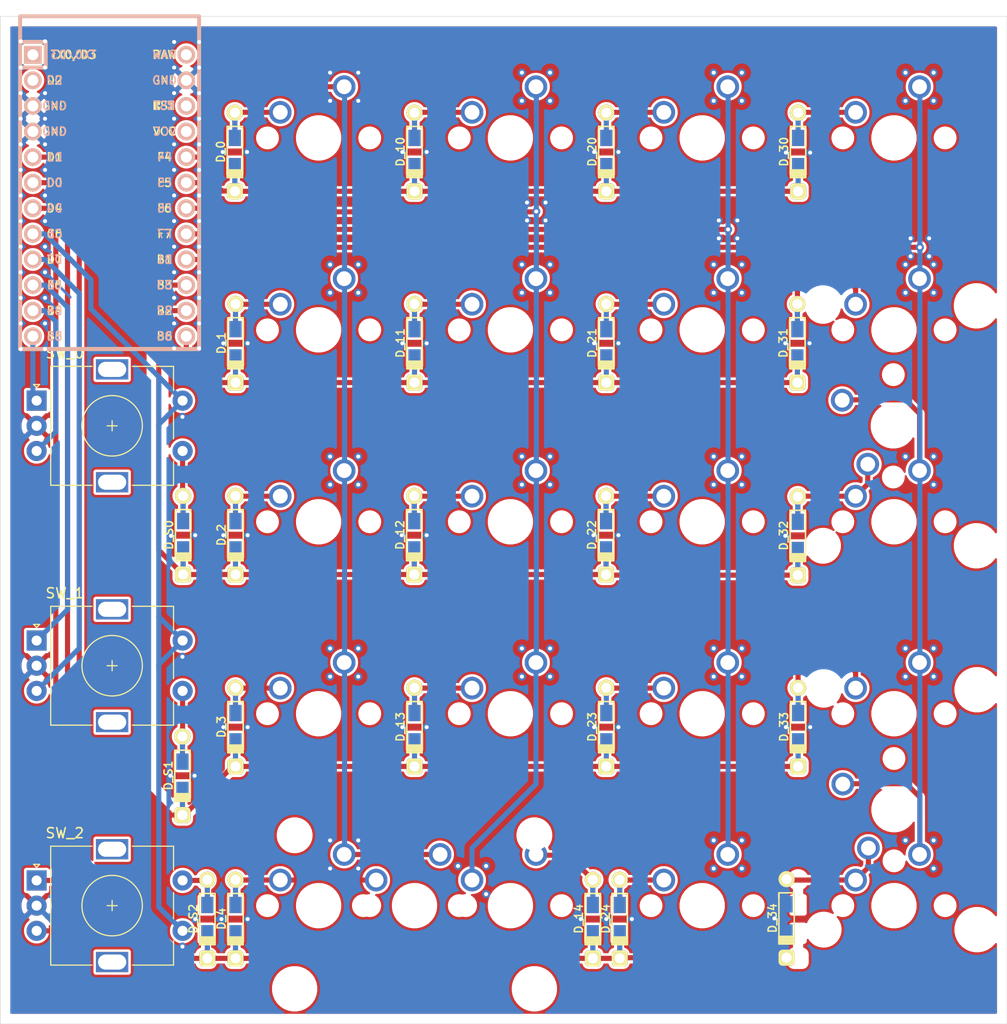
<source format=kicad_pcb>
(kicad_pcb (version 20171130) (host pcbnew 5.99.0+really5.1.10+dfsg1-1)
  (layers (0 F.Cu signal) (31 B.Cu signal) (34 B.Paste user) (35 F.Paste user) (36 B.SilkS user) (37 F.SilkS user) (38 B.Mask user) (39 F.Mask user) (44 Edge.Cuts user))
  (net 0 "")
  (net 1 "Net-(D_0-Pad2)")
  (net 2 R0)
  (net 3 "Net-(D_1-Pad2)")
  (net 4 R1)
  (net 5 "Net-(D_2-Pad2)")
  (net 6 R2)
  (net 7 "Net-(D_3-Pad2)")
  (net 8 R3)
  (net 9 "Net-(D_10-Pad2)")
  (net 10 "Net-(D_11-Pad2)")
  (net 11 "Net-(D_12-Pad2)")
  (net 12 "Net-(D_13-Pad2)")
  (net 13 "Net-(D_20-Pad2)")
  (net 14 "Net-(D_21-Pad2)")
  (net 15 "Net-(D_22-Pad2)")
  (net 16 "Net-(D_23-Pad2)")
  (net 17 "Net-(D_S0-Pad2)")
  (net 18 "Net-(D_S1-Pad2)")
  (net 19 "Net-(D_S2-Pad2)")
  (net 20 C0)
  (net 21 C1)
  (net 22 C2)
  (net 23 A0)
  (net 24 GND)
  (net 25 A1)
  (net 26 CS)
  (net 27 A2)
  (net 28 A3)
  (net 29 A4)
  (net 30 A5)
  (net 31 VCC)
  (net 32 "Net-(U1-Pad2)")
  (net 33 "Net-(U1-Pad1)")
  (net 34 "Net-(D_30-Pad2)")
  (net 35 "Net-(D_31-Pad2)")
  (net 36 "Net-(D_32-Pad2)")
  (net 37 "Net-(D_33-Pad2)")
  (net 38 C3)
  (net 39 R4)
  (net 40 "Net-(D_4-Pad2)")
  (net 41 "Net-(D_14-Pad2)")
  (net 42 "Net-(D_24-Pad2)")
  (net 43 "Net-(D_34-Pad2)")
  (net 44 NC1)
  (net 45 NC2)
  (module keebio-parts:ArduinoProMicro (layer F.Cu) (at 10.8585 17.78 270)
    (fp_text reference U1 hide)
    (fp_text value Elite-C hide)
    (fp_text user ST (at -8.91 -5.04 180) (layer B.SilkS) (effects (font (size 0.8 0.8)) (justify mirror)))
    (fp_text user TX0/D3 (at -13.97 3.571872 180) (layer F.SilkS) (effects (font (size 0.8 0.8))))
    (fp_text user TX0/D3 (at -13.97 3.571872 180) (layer B.SilkS) (effects (font (size 0.8 0.8)) (justify mirror)))
    (fp_text user D2 (at -11.43 5.461 180) (layer F.SilkS) (effects (font (size 0.8 0.8))))
    (fp_text user D0 (at -1.27 5.461 180) (layer F.SilkS) (effects (font (size 0.8 0.8))))
    (fp_text user D1 (at -3.81 5.461 180) (layer F.SilkS) (effects (font (size 0.8 0.8))))
    (fp_text user GND (at -6.35 5.461 180) (layer F.SilkS) (effects (font (size 0.8 0.8))))
    (fp_text user GND (at -8.89 5.461 180) (layer F.SilkS) (effects (font (size 0.8 0.8))))
    (fp_text user D4 (at 1.27 5.461 180) (layer F.SilkS) (effects (font (size 0.8 0.8))))
    (fp_text user C6 (at 3.81 5.461 180) (layer F.SilkS) (effects (font (size 0.8 0.8))))
    (fp_text user D7 (at 6.35 5.461 180) (layer F.SilkS) (effects (font (size 0.8 0.8))))
    (fp_text user E6 (at 8.89 5.461 180) (layer F.SilkS) (effects (font (size 0.8 0.8))))
    (fp_text user B4 (at 11.43 5.461 180) (layer F.SilkS) (effects (font (size 0.8 0.8))))
    (fp_text user B5 (at 13.97 5.461 180) (layer F.SilkS) (effects (font (size 0.8 0.8))))
    (fp_text user B6 (at 13.97 -5.461 180) (layer F.SilkS) (effects (font (size 0.8 0.8))))
    (fp_text user B2 (at 11.43 -5.461 180) (layer B.SilkS) (effects (font (size 0.8 0.8)) (justify mirror)))
    (fp_text user B3 (at 8.89 -5.461 180) (layer F.SilkS) (effects (font (size 0.8 0.8))))
    (fp_text user B1 (at 6.35 -5.461 180) (layer F.SilkS) (effects (font (size 0.8 0.8))))
    (fp_text user F7 (at 3.81 -5.461 180) (layer B.SilkS) (effects (font (size 0.8 0.8)) (justify mirror)))
    (fp_text user F6 (at 1.27 -5.461 180) (layer B.SilkS) (effects (font (size 0.8 0.8)) (justify mirror)))
    (fp_text user F5 (at -1.27 -5.461 180) (layer B.SilkS) (effects (font (size 0.8 0.8)) (justify mirror)))
    (fp_text user F4 (at -3.81 -5.461 180) (layer F.SilkS) (effects (font (size 0.8 0.8))))
    (fp_text user VCC (at -6.35 -5.461 180) (layer F.SilkS) (effects (font (size 0.8 0.8))))
    (fp_text user ST (at -8.92 -5.73312 180) (layer F.SilkS) (effects (font (size 0.8 0.8))))
    (fp_text user GND (at -11.43 -5.461 180) (layer F.SilkS) (effects (font (size 0.8 0.8))))
    (fp_text user RAW (at -13.97 -5.461 180) (layer F.SilkS) (effects (font (size 0.8 0.8))))
    (fp_text user RAW (at -13.97 -5.461 180) (layer B.SilkS) (effects (font (size 0.8 0.8)) (justify mirror)))
    (fp_text user GND (at -11.43 -5.461 180) (layer B.SilkS) (effects (font (size 0.8 0.8)) (justify mirror)))
    (fp_text user VCC (at -6.35 -5.461 180) (layer B.SilkS) (effects (font (size 0.8 0.8)) (justify mirror)))
    (fp_text user F4 (at -3.81 -5.461 180) (layer B.SilkS) (effects (font (size 0.8 0.8)) (justify mirror)))
    (fp_text user F5 (at -1.27 -5.461 180) (layer F.SilkS) (effects (font (size 0.8 0.8))))
    (fp_text user F6 (at 1.27 -5.461 180) (layer F.SilkS) (effects (font (size 0.8 0.8))))
    (fp_text user F7 (at 3.81 -5.461 180) (layer F.SilkS) (effects (font (size 0.8 0.8))))
    (fp_text user B1 (at 6.35 -5.461 180) (layer B.SilkS) (effects (font (size 0.8 0.8)) (justify mirror)))
    (fp_text user B3 (at 8.89 -5.461 180) (layer B.SilkS) (effects (font (size 0.8 0.8)) (justify mirror)))
    (fp_text user B2 (at 11.43 -5.461 180) (layer F.SilkS) (effects (font (size 0.8 0.8))))
    (fp_text user B6 (at 13.97 -5.461 180) (layer B.SilkS) (effects (font (size 0.8 0.8)) (justify mirror)))
    (fp_text user B5 (at 13.97 5.461 180) (layer B.SilkS) (effects (font (size 0.8 0.8)) (justify mirror)))
    (fp_text user B4 (at 11.43 5.461 180) (layer B.SilkS) (effects (font (size 0.8 0.8)) (justify mirror)))
    (fp_text user E6 (at 8.89 5.461 180) (layer B.SilkS) (effects (font (size 0.8 0.8)) (justify mirror)))
    (fp_text user D7 (at 6.35 5.461 180) (layer B.SilkS) (effects (font (size 0.8 0.8)) (justify mirror)))
    (fp_text user C6 (at 3.81 5.461 180) (layer B.SilkS) (effects (font (size 0.8 0.8)) (justify mirror)))
    (fp_text user D4 (at 1.27 5.461 180) (layer B.SilkS) (effects (font (size 0.8 0.8)) (justify mirror)))
    (fp_text user GND (at -8.89 5.461 180) (layer B.SilkS) (effects (font (size 0.8 0.8)) (justify mirror)))
    (fp_text user GND (at -6.35 5.461 180) (layer B.SilkS) (effects (font (size 0.8 0.8)) (justify mirror)))
    (fp_text user D1 (at -3.81 5.461 180) (layer B.SilkS) (effects (font (size 0.8 0.8)) (justify mirror)))
    (fp_text user D0 (at -1.27 5.461 180) (layer B.SilkS) (effects (font (size 0.8 0.8)) (justify mirror)))
    (fp_text user D2 (at -11.43 5.461 180) (layer B.SilkS) (effects (font (size 0.8 0.8)) (justify mirror)))
    (pad 24 thru_hole circle (at -13.97 -7.62 270) (size 1.7526 1.7526) (drill 1.0922) (layers *.Cu *.SilkS *.Mask) (net 44 NC1))
    (pad 12 thru_hole circle (at 13.97 7.62 270) (size 1.7526 1.7526) (drill 1.0922) (layers *.Cu *.SilkS *.Mask) (net 23 A0))
    (pad 23 thru_hole circle (at -11.43 -7.62 270) (size 1.7526 1.7526) (drill 1.0922) (layers *.Cu *.SilkS *.Mask) (net 24 GND))
    (pad 22 thru_hole circle (at -8.89 -7.62 270) (size 1.7526 1.7526) (drill 1.0922) (layers *.Cu *.SilkS *.Mask) (net 45 NC2))
    (pad 21 thru_hole circle (at -6.35 -7.62 270) (size 1.7526 1.7526) (drill 1.0922) (layers *.Cu *.SilkS *.Mask) (net 31 VCC))
    (pad 20 thru_hole circle (at -3.81 -7.62 270) (size 1.7526 1.7526) (drill 1.0922) (layers *.Cu *.SilkS *.Mask) (net 20 C0))
    (pad 19 thru_hole circle (at -1.27 -7.62 270) (size 1.7526 1.7526) (drill 1.0922) (layers *.Cu *.SilkS *.Mask) (net 2 R0))
    (pad 18 thru_hole circle (at 1.27 -7.62 270) (size 1.7526 1.7526) (drill 1.0922) (layers *.Cu *.SilkS *.Mask) (net 21 C1))
    (pad 17 thru_hole circle (at 3.81 -7.62 270) (size 1.7526 1.7526) (drill 1.0922) (layers *.Cu *.SilkS *.Mask) (net 22 C2))
    (pad 16 thru_hole circle (at 6.35 -7.62 270) (size 1.7526 1.7526) (drill 1.0922) (layers *.Cu *.SilkS *.Mask) (net 38 C3))
    (pad 15 thru_hole circle (at 8.89 -7.62 270) (size 1.7526 1.7526) (drill 1.0922) (layers *.Cu *.SilkS *.Mask) (net 8 R3))
    (pad 14 thru_hole circle (at 11.43 -7.62 270) (size 1.7526 1.7526) (drill 1.0922) (layers *.Cu *.SilkS *.Mask) (net 6 R2))
    (pad 13 thru_hole circle (at 13.97 -7.62 270) (size 1.7526 1.7526) (drill 1.0922) (layers *.Cu *.SilkS *.Mask) (net 4 R1))
    (pad 11 thru_hole circle (at 11.43 7.62 270) (size 1.7526 1.7526) (drill 1.0922) (layers *.Cu *.SilkS *.Mask) (net 25 A1))
    (pad 10 thru_hole circle (at 8.89 7.62 270) (size 1.7526 1.7526) (drill 1.0922) (layers *.Cu *.SilkS *.Mask) (net 27 A2))
    (pad 9 thru_hole circle (at 6.35 7.62 270) (size 1.7526 1.7526) (drill 1.0922) (layers *.Cu *.SilkS *.Mask) (net 28 A3))
    (pad 8 thru_hole circle (at 3.81 7.62 270) (size 1.7526 1.7526) (drill 1.0922) (layers *.Cu *.SilkS *.Mask) (net 26 CS))
    (pad 7 thru_hole circle (at 1.27 7.62 270) (size 1.7526 1.7526) (drill 1.0922) (layers *.Cu *.SilkS *.Mask) (net 29 A4))
    (pad 6 thru_hole circle (at -1.27 7.62 270) (size 1.7526 1.7526) (drill 1.0922) (layers *.Cu *.SilkS *.Mask) (net 30 A5))
    (pad 5 thru_hole circle (at -3.81 7.62 270) (size 1.7526 1.7526) (drill 1.0922) (layers *.Cu *.SilkS *.Mask) (net 39 R4))
    (pad 4 thru_hole circle (at -6.35 7.62 270) (size 1.7526 1.7526) (drill 1.0922) (layers *.Cu *.SilkS *.Mask) (net 24 GND))
    (pad 3 thru_hole circle (at -8.89 7.62 270) (size 1.7526 1.7526) (drill 1.0922) (layers *.Cu *.SilkS *.Mask) (net 24 GND))
    (pad 2 thru_hole circle (at -11.43 7.62 270) (size 1.7526 1.7526) (drill 1.0922) (layers *.Cu *.SilkS *.Mask) (net 32 "Net-(U1-Pad2)"))
    (pad 1 thru_hole rect (at -13.97 7.62 270) (size 1.7526 1.7526) (drill 1.0922) (layers *.Cu *.SilkS *.Mask) (net 33 "Net-(U1-Pad1)"))
  )
  (module MX_Only:MXOnly-1U-NoLED (layer F.Cu) (at 69.723 31.115)
    (fp_text reference MX_21)
    (fp_text value MX-NoLED)
    (pad 2 thru_hole circle (at 2.54 -5.08) (size 2.25 2.25) (drill 1.47) (layers *.Cu B.Mask) (net 22 C2))
    (pad "" np_thru_hole circle (at 0 0) (size 3.9878 3.9878) (drill 3.9878) (layers *.Cu *.Mask))
    (pad 1 thru_hole circle (at -3.81 -2.54) (size 2.25 2.25) (drill 1.47) (layers *.Cu B.Mask) (net 14 "Net-(D_21-Pad2)"))
    (pad "" np_thru_hole circle (at -5.08 0 48.0996) (size 1.75 1.75) (drill 1.75) (layers *.Cu *.Mask))
    (pad "" np_thru_hole circle (at 5.08 0 48.0996) (size 1.75 1.75) (drill 1.75) (layers *.Cu *.Mask))
  )
  (module MX_Only:MXOnly-1U-NoLED (layer F.Cu) (at 50.673 31.115)
    (fp_text reference MX_11)
    (fp_text value MX-NoLED)
    (pad 2 thru_hole circle (at 2.54 -5.08) (size 2.25 2.25) (drill 1.47) (layers *.Cu B.Mask) (net 21 C1))
    (pad "" np_thru_hole circle (at 0 0) (size 3.9878 3.9878) (drill 3.9878) (layers *.Cu *.Mask))
    (pad 1 thru_hole circle (at -3.81 -2.54) (size 2.25 2.25) (drill 1.47) (layers *.Cu B.Mask) (net 10 "Net-(D_11-Pad2)"))
    (pad "" np_thru_hole circle (at -5.08 0 48.0996) (size 1.75 1.75) (drill 1.75) (layers *.Cu *.Mask))
    (pad "" np_thru_hole circle (at 5.08 0 48.0996) (size 1.75 1.75) (drill 1.75) (layers *.Cu *.Mask))
  )
  (module MX_Only:MXOnly-2U-NoLED (layer F.Cu) (at 88.773 78.74 90)
    (fp_text reference MX_33-34)
    (fp_text value MX-NoLED)
    (pad 2 thru_hole circle (at 2.54 -5.08 90) (size 2.25 2.25) (drill 1.47) (layers *.Cu B.Mask) (net 38 C3))
    (pad "" np_thru_hole circle (at 0 0 90) (size 3.9878 3.9878) (drill 3.9878) (layers *.Cu *.Mask))
    (pad 1 thru_hole circle (at -3.81 -2.54 90) (size 2.25 2.25) (drill 1.47) (layers *.Cu B.Mask) (net 43 "Net-(D_34-Pad2)"))
    (pad "" np_thru_hole circle (at -5.08 0 138.0996) (size 1.75 1.75) (drill 1.75) (layers *.Cu *.Mask))
    (pad "" np_thru_hole circle (at 5.08 0 138.0996) (size 1.75 1.75) (drill 1.75) (layers *.Cu *.Mask))
    (pad "" np_thru_hole circle (at -11.90625 -6.985 90) (size 3.048 3.048) (drill 3.048) (layers *.Cu *.Mask))
    (pad "" np_thru_hole circle (at 11.90625 -6.985 90) (size 3.048 3.048) (drill 3.048) (layers *.Cu *.Mask))
    (pad "" np_thru_hole circle (at -11.90625 8.255 90) (size 3.9878 3.9878) (drill 3.9878) (layers *.Cu *.Mask))
    (pad "" np_thru_hole circle (at 11.90625 8.255 90) (size 3.9878 3.9878) (drill 3.9878) (layers *.Cu *.Mask))
  )
  (module MX_Only:MXOnly-2U-NoLED (layer F.Cu) (at 88.7095 40.64 90)
    (fp_text reference MX_31-32)
    (fp_text value MX-NoLED)
    (pad 2 thru_hole circle (at 2.54 -5.08 90) (size 2.25 2.25) (drill 1.47) (layers *.Cu B.Mask) (net 38 C3))
    (pad "" np_thru_hole circle (at 0 0 90) (size 3.9878 3.9878) (drill 3.9878) (layers *.Cu *.Mask))
    (pad 1 thru_hole circle (at -3.81 -2.54 90) (size 2.25 2.25) (drill 1.47) (layers *.Cu B.Mask) (net 36 "Net-(D_32-Pad2)"))
    (pad "" np_thru_hole circle (at -5.08 0 138.0996) (size 1.75 1.75) (drill 1.75) (layers *.Cu *.Mask))
    (pad "" np_thru_hole circle (at 5.08 0 138.0996) (size 1.75 1.75) (drill 1.75) (layers *.Cu *.Mask))
    (pad "" np_thru_hole circle (at -11.90625 -6.985 90) (size 3.048 3.048) (drill 3.048) (layers *.Cu *.Mask))
    (pad "" np_thru_hole circle (at 11.90625 -6.985 90) (size 3.048 3.048) (drill 3.048) (layers *.Cu *.Mask))
    (pad "" np_thru_hole circle (at -11.90625 8.255 90) (size 3.9878 3.9878) (drill 3.9878) (layers *.Cu *.Mask))
    (pad "" np_thru_hole circle (at 11.90625 8.255 90) (size 3.9878 3.9878) (drill 3.9878) (layers *.Cu *.Mask))
  )
  (module MX_Only:MXOnly-2U-NoLED (layer F.Cu) (at 41.148 88.265)
    (fp_text reference MX_04-14)
    (fp_text value MX-NoLED)
    (pad 2 thru_hole circle (at 2.54 -5.08) (size 2.25 2.25) (drill 1.47) (layers *.Cu B.Mask) (net 20 C0))
    (pad "" np_thru_hole circle (at 0 0) (size 3.9878 3.9878) (drill 3.9878) (layers *.Cu *.Mask))
    (pad 1 thru_hole circle (at -3.81 -2.54) (size 2.25 2.25) (drill 1.47) (layers *.Cu B.Mask) (net 40 "Net-(D_4-Pad2)"))
    (pad "" np_thru_hole circle (at -5.08 0 48.0996) (size 1.75 1.75) (drill 1.75) (layers *.Cu *.Mask))
    (pad "" np_thru_hole circle (at 5.08 0 48.0996) (size 1.75 1.75) (drill 1.75) (layers *.Cu *.Mask))
    (pad "" np_thru_hole circle (at -11.90625 -6.985) (size 3.048 3.048) (drill 3.048) (layers *.Cu *.Mask))
    (pad "" np_thru_hole circle (at 11.90625 -6.985) (size 3.048 3.048) (drill 3.048) (layers *.Cu *.Mask))
    (pad "" np_thru_hole circle (at -11.90625 8.255) (size 3.9878 3.9878) (drill 3.9878) (layers *.Cu *.Mask))
    (pad "" np_thru_hole circle (at 11.90625 8.255) (size 3.9878 3.9878) (drill 3.9878) (layers *.Cu *.Mask))
  )
  (module keebio-parts:RotaryEncoder_Alps_EC11E-Switch_Vertical_H20mm (layer F.Cu) (at 11.1125 88.265)
    (fp_text reference SW_2 (at -4.7 -7.2) (layer F.SilkS))
    (fp_text value Rotary_Encoder_Switch)
    (pad S1 thru_hole circle (at 7 2.5) (size 2 2) (drill 1) (layers *.Cu *.Mask) (net 26 CS))
    (pad S2 thru_hole circle (at 7 -2.5) (size 2 2) (drill 1) (layers *.Cu *.Mask) (net 19 "Net-(D_S2-Pad2)"))
    (pad MP thru_hole rect (at 0 5.6) (size 3.2 2) (drill oval 2.8 1.5) (layers *.Cu *.Mask))
    (pad MP thru_hole rect (at 0 -5.6) (size 3.2 2) (drill oval 2.8 1.5) (layers *.Cu *.Mask))
    (pad B thru_hole circle (at -7.5 2.5) (size 2 2) (drill 1) (layers *.Cu *.Mask) (net 30 A5))
    (pad C thru_hole circle (at -7.5 0) (size 2 2) (drill 1) (layers *.Cu *.Mask) (net 24 GND))
    (pad A thru_hole rect (at -7.5 -2.5) (size 2 2) (drill 1) (layers *.Cu *.Mask) (net 29 A4))
  )
  (module keebio-parts:RotaryEncoder_Alps_EC11E-Switch_Vertical_H20mm (layer F.Cu) (at 11.1125 64.4525)
    (fp_text reference SW_1 (at -4.7 -7.2) (layer F.SilkS))
    (fp_text value Rotary_Encoder_Switch)
    (pad S1 thru_hole circle (at 7 2.5) (size 2 2) (drill 1) (layers *.Cu *.Mask) (net 18 "Net-(D_S1-Pad2)"))
    (pad S2 thru_hole circle (at 7 -2.5) (size 2 2) (drill 1) (layers *.Cu *.Mask) (net 26 CS))
    (pad MP thru_hole rect (at 0 5.6) (size 3.2 2) (drill oval 2.8 1.5) (layers *.Cu *.Mask))
    (pad MP thru_hole rect (at 0 -5.6) (size 3.2 2) (drill oval 2.8 1.5) (layers *.Cu *.Mask))
    (pad B thru_hole circle (at -7.5 2.5) (size 2 2) (drill 1) (layers *.Cu *.Mask) (net 28 A3))
    (pad C thru_hole circle (at -7.5 0) (size 2 2) (drill 1) (layers *.Cu *.Mask) (net 24 GND))
    (pad A thru_hole rect (at -7.5 -2.5) (size 2 2) (drill 1) (layers *.Cu *.Mask) (net 27 A2))
  )
  (module keebio-parts:RotaryEncoder_Alps_EC11E-Switch_Vertical_H20mm (layer F.Cu) (at 11.1125 40.64)
    (fp_text reference SW_0 (at -4.7 -7.2) (layer F.SilkS))
    (fp_text value Rotary_Encoder_Switch)
    (pad S1 thru_hole circle (at 7 2.5) (size 2 2) (drill 1) (layers *.Cu *.Mask) (net 17 "Net-(D_S0-Pad2)"))
    (pad S2 thru_hole circle (at 7 -2.5) (size 2 2) (drill 1) (layers *.Cu *.Mask) (net 26 CS))
    (pad MP thru_hole rect (at 0 5.6) (size 3.2 2) (drill oval 2.8 1.5) (layers *.Cu *.Mask))
    (pad MP thru_hole rect (at 0 -5.6) (size 3.2 2) (drill oval 2.8 1.5) (layers *.Cu *.Mask))
    (pad B thru_hole circle (at -7.5 2.5) (size 2 2) (drill 1) (layers *.Cu *.Mask) (net 25 A1))
    (pad C thru_hole circle (at -7.5 0) (size 2 2) (drill 1) (layers *.Cu *.Mask) (net 24 GND))
    (pad A thru_hole rect (at -7.5 -2.5) (size 2 2) (drill 1) (layers *.Cu *.Mask) (net 23 A0))
  )
  (module keebio-parts:Diode-dual (layer F.Cu) (at 18.0975 75.3745 270)
    (fp_text reference D_S1 (at -0.0254 1.4 90) (layer F.SilkS) (effects (font (size 0.8 0.8))))
    (fp_text value D hide)
    (pad 1 smd rect (at 2.5 0 270) (size 2.9 0.5) (layers F.Cu) (net 8 R3))
    (pad 2 smd rect (at -2.5 0 270) (size 2.9 0.5) (layers F.Cu) (net 18 "Net-(D_S1-Pad2)"))
    (pad 1 thru_hole roundrect (at 3.9 0 270) (size 1.6 1.6) (drill 1) (layers *.Cu *.Mask F.SilkS) (net 8 R3))
    (pad 2 thru_hole circle (at -3.9 0 270) (size 1.6 1.6) (drill 1) (layers *.Cu *.Mask F.SilkS) (net 18 "Net-(D_S1-Pad2)"))
    (pad 2 smd rect (at -1.4 0 270) (size 1.6 1.2) (layers F.Cu F.Paste F.Mask) (net 18 "Net-(D_S1-Pad2)"))
    (pad 1 smd rect (at 1.4 0 270) (size 1.6 1.2) (layers F.Cu F.Paste F.Mask) (net 8 R3))
    (pad 1 smd rect (at 2.5 0 270) (size 2.9 0.5) (layers B.Cu) (net 8 R3))
    (pad 1 smd rect (at 1.4 0 270) (size 1.6 1.2) (layers B.Cu B.Paste B.Mask) (net 8 R3))
    (pad 2 smd rect (at -1.4 0 270) (size 1.6 1.2) (layers B.Cu B.Paste B.Mask) (net 18 "Net-(D_S1-Pad2)"))
    (pad 2 smd rect (at -2.5 0 270) (size 2.9 0.5) (layers B.Cu) (net 18 "Net-(D_S1-Pad2)"))
  )
  (module keebio-parts:Diode-dual (layer F.Cu) (at 18.161 51.4955 270)
    (fp_text reference D_S0 (at -0.0254 1.4 90) (layer F.SilkS) (effects (font (size 0.8 0.8))))
    (fp_text value D hide)
    (pad 1 smd rect (at 2.5 0 270) (size 2.9 0.5) (layers F.Cu) (net 6 R2))
    (pad 2 smd rect (at -2.5 0 270) (size 2.9 0.5) (layers F.Cu) (net 17 "Net-(D_S0-Pad2)"))
    (pad 1 thru_hole roundrect (at 3.9 0 270) (size 1.6 1.6) (drill 1) (layers *.Cu *.Mask F.SilkS) (net 6 R2))
    (pad 2 thru_hole circle (at -3.9 0 270) (size 1.6 1.6) (drill 1) (layers *.Cu *.Mask F.SilkS) (net 17 "Net-(D_S0-Pad2)"))
    (pad 2 smd rect (at -1.4 0 270) (size 1.6 1.2) (layers F.Cu F.Paste F.Mask) (net 17 "Net-(D_S0-Pad2)"))
    (pad 1 smd rect (at 1.4 0 270) (size 1.6 1.2) (layers F.Cu F.Paste F.Mask) (net 6 R2))
    (pad 1 smd rect (at 2.5 0 270) (size 2.9 0.5) (layers B.Cu) (net 6 R2))
    (pad 1 smd rect (at 1.4 0 270) (size 1.6 1.2) (layers B.Cu B.Paste B.Mask) (net 6 R2))
    (pad 2 smd rect (at -1.4 0 270) (size 1.6 1.2) (layers B.Cu B.Paste B.Mask) (net 17 "Net-(D_S0-Pad2)"))
    (pad 2 smd rect (at -2.5 0 270) (size 2.9 0.5) (layers B.Cu) (net 17 "Net-(D_S0-Pad2)"))
  )
  (module MX_Only:MXOnly-1U-NoLED (layer F.Cu) (at 88.773 88.265)
    (fp_text reference MX_34)
    (fp_text value MX-NoLED)
    (pad 2 thru_hole circle (at 2.54 -5.08) (size 2.25 2.25) (drill 1.47) (layers *.Cu B.Mask) (net 38 C3))
    (pad "" np_thru_hole circle (at 0 0) (size 3.9878 3.9878) (drill 3.9878) (layers *.Cu *.Mask))
    (pad 1 thru_hole circle (at -3.81 -2.54) (size 2.25 2.25) (drill 1.47) (layers *.Cu B.Mask) (net 43 "Net-(D_34-Pad2)"))
    (pad "" np_thru_hole circle (at -5.08 0 48.0996) (size 1.75 1.75) (drill 1.75) (layers *.Cu *.Mask))
    (pad "" np_thru_hole circle (at 5.08 0 48.0996) (size 1.75 1.75) (drill 1.75) (layers *.Cu *.Mask))
  )
  (module MX_Only:MXOnly-1U-NoLED (layer F.Cu) (at 69.723 88.265)
    (fp_text reference MX_24)
    (fp_text value MX-NoLED)
    (pad 2 thru_hole circle (at 2.54 -5.08) (size 2.25 2.25) (drill 1.47) (layers *.Cu B.Mask) (net 22 C2))
    (pad "" np_thru_hole circle (at 0 0) (size 3.9878 3.9878) (drill 3.9878) (layers *.Cu *.Mask))
    (pad 1 thru_hole circle (at -3.81 -2.54) (size 2.25 2.25) (drill 1.47) (layers *.Cu B.Mask) (net 42 "Net-(D_24-Pad2)"))
    (pad "" np_thru_hole circle (at -5.08 0 48.0996) (size 1.75 1.75) (drill 1.75) (layers *.Cu *.Mask))
    (pad "" np_thru_hole circle (at 5.08 0 48.0996) (size 1.75 1.75) (drill 1.75) (layers *.Cu *.Mask))
  )
  (module MX_Only:MXOnly-1U-NoLED (layer F.Cu) (at 50.673 88.265)
    (fp_text reference MX_14)
    (fp_text value MX-NoLED)
    (pad 2 thru_hole circle (at 2.54 -5.08) (size 2.25 2.25) (drill 1.47) (layers *.Cu B.Mask) (net 41 "Net-(D_14-Pad2)"))
    (pad "" np_thru_hole circle (at 0 0) (size 3.9878 3.9878) (drill 3.9878) (layers *.Cu *.Mask))
    (pad 1 thru_hole circle (at -3.81 -2.54) (size 2.25 2.25) (drill 1.47) (layers *.Cu B.Mask) (net 21 C1))
    (pad "" np_thru_hole circle (at -5.08 0 48.0996) (size 1.75 1.75) (drill 1.75) (layers *.Cu *.Mask))
    (pad "" np_thru_hole circle (at 5.08 0 48.0996) (size 1.75 1.75) (drill 1.75) (layers *.Cu *.Mask))
  )
  (module MX_Only:MXOnly-1U-NoLED (layer F.Cu) (at 31.623 88.265)
    (fp_text reference MX_4)
    (fp_text value MX-NoLED)
    (pad 2 thru_hole circle (at 2.54 -5.08) (size 2.25 2.25) (drill 1.47) (layers *.Cu B.Mask) (net 20 C0))
    (pad "" np_thru_hole circle (at 0 0) (size 3.9878 3.9878) (drill 3.9878) (layers *.Cu *.Mask))
    (pad 1 thru_hole circle (at -3.81 -2.54) (size 2.25 2.25) (drill 1.47) (layers *.Cu B.Mask) (net 40 "Net-(D_4-Pad2)"))
    (pad "" np_thru_hole circle (at -5.08 0 48.0996) (size 1.75 1.75) (drill 1.75) (layers *.Cu *.Mask))
    (pad "" np_thru_hole circle (at 5.08 0 48.0996) (size 1.75 1.75) (drill 1.75) (layers *.Cu *.Mask))
  )
  (module keebio-parts:Diode-dual (layer F.Cu) (at 78.105 89.535 270)
    (fp_text reference D_34 (at -0.0254 1.4 90) (layer F.SilkS) (effects (font (size 0.8 0.8))))
    (fp_text value D hide)
    (pad 1 smd rect (at 2.5 0 270) (size 2.9 0.5) (layers F.Cu) (net 39 R4))
    (pad 2 smd rect (at -2.5 0 270) (size 2.9 0.5) (layers F.Cu) (net 43 "Net-(D_34-Pad2)"))
    (pad 1 thru_hole roundrect (at 3.9 0 270) (size 1.6 1.6) (drill 1) (layers *.Cu *.Mask F.SilkS) (net 39 R4))
    (pad 2 thru_hole circle (at -3.9 0 270) (size 1.6 1.6) (drill 1) (layers *.Cu *.Mask F.SilkS) (net 43 "Net-(D_34-Pad2)"))
    (pad 2 smd rect (at -1.4 0 270) (size 1.6 1.2) (layers F.Cu F.Paste F.Mask) (net 43 "Net-(D_34-Pad2)"))
    (pad 1 smd rect (at 1.4 0 270) (size 1.6 1.2) (layers F.Cu F.Paste F.Mask) (net 39 R4))
    (pad 1 smd rect (at 2.5 0 270) (size 2.9 0.5) (layers B.Cu) (net 39 R4))
    (pad 1 smd rect (at 1.4 0 270) (size 1.6 1.2) (layers B.Cu B.Paste B.Mask) (net 39 R4))
    (pad 2 smd rect (at -1.4 0 270) (size 1.6 1.2) (layers B.Cu B.Paste B.Mask) (net 43 "Net-(D_34-Pad2)"))
    (pad 2 smd rect (at -2.5 0 270) (size 2.9 0.5) (layers B.Cu) (net 43 "Net-(D_34-Pad2)"))
  )
  (module keebio-parts:Diode-dual (layer F.Cu) (at 61.5315 89.5985 270)
    (fp_text reference D_24 (at -0.0254 1.4 90) (layer F.SilkS) (effects (font (size 0.8 0.8))))
    (fp_text value D hide)
    (pad 1 smd rect (at 2.5 0 270) (size 2.9 0.5) (layers F.Cu) (net 39 R4))
    (pad 2 smd rect (at -2.5 0 270) (size 2.9 0.5) (layers F.Cu) (net 42 "Net-(D_24-Pad2)"))
    (pad 1 thru_hole roundrect (at 3.9 0 270) (size 1.6 1.6) (drill 1) (layers *.Cu *.Mask F.SilkS) (net 39 R4))
    (pad 2 thru_hole circle (at -3.9 0 270) (size 1.6 1.6) (drill 1) (layers *.Cu *.Mask F.SilkS) (net 42 "Net-(D_24-Pad2)"))
    (pad 2 smd rect (at -1.4 0 270) (size 1.6 1.2) (layers F.Cu F.Paste F.Mask) (net 42 "Net-(D_24-Pad2)"))
    (pad 1 smd rect (at 1.4 0 270) (size 1.6 1.2) (layers F.Cu F.Paste F.Mask) (net 39 R4))
    (pad 1 smd rect (at 2.5 0 270) (size 2.9 0.5) (layers B.Cu) (net 39 R4))
    (pad 1 smd rect (at 1.4 0 270) (size 1.6 1.2) (layers B.Cu B.Paste B.Mask) (net 39 R4))
    (pad 2 smd rect (at -1.4 0 270) (size 1.6 1.2) (layers B.Cu B.Paste B.Mask) (net 42 "Net-(D_24-Pad2)"))
    (pad 2 smd rect (at -2.5 0 270) (size 2.9 0.5) (layers B.Cu) (net 42 "Net-(D_24-Pad2)"))
  )
  (module keebio-parts:Diode-dual (layer F.Cu) (at 58.8645 89.5985 270)
    (fp_text reference D_14 (at -0.0254 1.4 90) (layer F.SilkS) (effects (font (size 0.8 0.8))))
    (fp_text value D hide)
    (pad 1 smd rect (at 2.5 0 270) (size 2.9 0.5) (layers F.Cu) (net 39 R4))
    (pad 2 smd rect (at -2.5 0 270) (size 2.9 0.5) (layers F.Cu) (net 41 "Net-(D_14-Pad2)"))
    (pad 1 thru_hole roundrect (at 3.9 0 270) (size 1.6 1.6) (drill 1) (layers *.Cu *.Mask F.SilkS) (net 39 R4))
    (pad 2 thru_hole circle (at -3.9 0 270) (size 1.6 1.6) (drill 1) (layers *.Cu *.Mask F.SilkS) (net 41 "Net-(D_14-Pad2)"))
    (pad 2 smd rect (at -1.4 0 270) (size 1.6 1.2) (layers F.Cu F.Paste F.Mask) (net 41 "Net-(D_14-Pad2)"))
    (pad 1 smd rect (at 1.4 0 270) (size 1.6 1.2) (layers F.Cu F.Paste F.Mask) (net 39 R4))
    (pad 1 smd rect (at 2.5 0 270) (size 2.9 0.5) (layers B.Cu) (net 39 R4))
    (pad 1 smd rect (at 1.4 0 270) (size 1.6 1.2) (layers B.Cu B.Paste B.Mask) (net 39 R4))
    (pad 2 smd rect (at -1.4 0 270) (size 1.6 1.2) (layers B.Cu B.Paste B.Mask) (net 41 "Net-(D_14-Pad2)"))
    (pad 2 smd rect (at -2.5 0 270) (size 2.9 0.5) (layers B.Cu) (net 41 "Net-(D_14-Pad2)"))
  )
  (module keebio-parts:Diode-dual (layer F.Cu) (at 23.368 89.5985 270)
    (fp_text reference D_4 (at -0.0254 1.4 90) (layer F.SilkS) (effects (font (size 0.8 0.8))))
    (fp_text value D hide)
    (pad 1 smd rect (at 2.5 0 270) (size 2.9 0.5) (layers F.Cu) (net 39 R4))
    (pad 2 smd rect (at -2.5 0 270) (size 2.9 0.5) (layers F.Cu) (net 40 "Net-(D_4-Pad2)"))
    (pad 1 thru_hole roundrect (at 3.9 0 270) (size 1.6 1.6) (drill 1) (layers *.Cu *.Mask F.SilkS) (net 39 R4))
    (pad 2 thru_hole circle (at -3.9 0 270) (size 1.6 1.6) (drill 1) (layers *.Cu *.Mask F.SilkS) (net 40 "Net-(D_4-Pad2)"))
    (pad 2 smd rect (at -1.4 0 270) (size 1.6 1.2) (layers F.Cu F.Paste F.Mask) (net 40 "Net-(D_4-Pad2)"))
    (pad 1 smd rect (at 1.4 0 270) (size 1.6 1.2) (layers F.Cu F.Paste F.Mask) (net 39 R4))
    (pad 1 smd rect (at 2.5 0 270) (size 2.9 0.5) (layers B.Cu) (net 39 R4))
    (pad 1 smd rect (at 1.4 0 270) (size 1.6 1.2) (layers B.Cu B.Paste B.Mask) (net 39 R4))
    (pad 2 smd rect (at -1.4 0 270) (size 1.6 1.2) (layers B.Cu B.Paste B.Mask) (net 40 "Net-(D_4-Pad2)"))
    (pad 2 smd rect (at -2.5 0 270) (size 2.9 0.5) (layers B.Cu) (net 40 "Net-(D_4-Pad2)"))
  )
  (module MX_Only:MXOnly-1U-NoLED (layer F.Cu) (at 88.773 69.215)
    (fp_text reference MX_33)
    (fp_text value MX-NoLED)
    (pad 2 thru_hole circle (at 2.54 -5.08) (size 2.25 2.25) (drill 1.47) (layers *.Cu B.Mask) (net 38 C3))
    (pad "" np_thru_hole circle (at 0 0) (size 3.9878 3.9878) (drill 3.9878) (layers *.Cu *.Mask))
    (pad 1 thru_hole circle (at -3.81 -2.54) (size 2.25 2.25) (drill 1.47) (layers *.Cu B.Mask) (net 37 "Net-(D_33-Pad2)"))
    (pad "" np_thru_hole circle (at -5.08 0 48.0996) (size 1.75 1.75) (drill 1.75) (layers *.Cu *.Mask))
    (pad "" np_thru_hole circle (at 5.08 0 48.0996) (size 1.75 1.75) (drill 1.75) (layers *.Cu *.Mask))
  )
  (module MX_Only:MXOnly-1U-NoLED (layer F.Cu) (at 88.773 50.165)
    (fp_text reference MX_32)
    (fp_text value MX-NoLED)
    (pad 2 thru_hole circle (at 2.54 -5.08) (size 2.25 2.25) (drill 1.47) (layers *.Cu B.Mask) (net 38 C3))
    (pad "" np_thru_hole circle (at 0 0) (size 3.9878 3.9878) (drill 3.9878) (layers *.Cu *.Mask))
    (pad 1 thru_hole circle (at -3.81 -2.54) (size 2.25 2.25) (drill 1.47) (layers *.Cu B.Mask) (net 36 "Net-(D_32-Pad2)"))
    (pad "" np_thru_hole circle (at -5.08 0 48.0996) (size 1.75 1.75) (drill 1.75) (layers *.Cu *.Mask))
    (pad "" np_thru_hole circle (at 5.08 0 48.0996) (size 1.75 1.75) (drill 1.75) (layers *.Cu *.Mask))
  )
  (module MX_Only:MXOnly-1U-NoLED (layer F.Cu) (at 88.773 31.115)
    (fp_text reference MX_31)
    (fp_text value MX-NoLED)
    (pad 2 thru_hole circle (at 2.54 -5.08) (size 2.25 2.25) (drill 1.47) (layers *.Cu B.Mask) (net 38 C3))
    (pad "" np_thru_hole circle (at 0 0) (size 3.9878 3.9878) (drill 3.9878) (layers *.Cu *.Mask))
    (pad 1 thru_hole circle (at -3.81 -2.54) (size 2.25 2.25) (drill 1.47) (layers *.Cu B.Mask) (net 35 "Net-(D_31-Pad2)"))
    (pad "" np_thru_hole circle (at -5.08 0 48.0996) (size 1.75 1.75) (drill 1.75) (layers *.Cu *.Mask))
    (pad "" np_thru_hole circle (at 5.08 0 48.0996) (size 1.75 1.75) (drill 1.75) (layers *.Cu *.Mask))
  )
  (module MX_Only:MXOnly-1U-NoLED (layer F.Cu) (at 88.773 12.065)
    (fp_text reference MX_30)
    (fp_text value MX-NoLED)
    (pad 2 thru_hole circle (at 2.54 -5.08) (size 2.25 2.25) (drill 1.47) (layers *.Cu B.Mask) (net 38 C3))
    (pad "" np_thru_hole circle (at 0 0) (size 3.9878 3.9878) (drill 3.9878) (layers *.Cu *.Mask))
    (pad 1 thru_hole circle (at -3.81 -2.54) (size 2.25 2.25) (drill 1.47) (layers *.Cu B.Mask) (net 34 "Net-(D_30-Pad2)"))
    (pad "" np_thru_hole circle (at -5.08 0 48.0996) (size 1.75 1.75) (drill 1.75) (layers *.Cu *.Mask))
    (pad "" np_thru_hole circle (at 5.08 0 48.0996) (size 1.75 1.75) (drill 1.75) (layers *.Cu *.Mask))
  )
  (module keebio-parts:Diode-dual (layer F.Cu) (at 20.574 89.5985 270)
    (fp_text reference D_S2 (at -0.0254 1.4 90) (layer F.SilkS) (effects (font (size 0.8 0.8))))
    (fp_text value D hide)
    (pad 1 smd rect (at 2.5 0 270) (size 2.9 0.5) (layers F.Cu) (net 39 R4))
    (pad 2 smd rect (at -2.5 0 270) (size 2.9 0.5) (layers F.Cu) (net 19 "Net-(D_S2-Pad2)"))
    (pad 1 thru_hole roundrect (at 3.9 0 270) (size 1.6 1.6) (drill 1) (layers *.Cu *.Mask F.SilkS) (net 39 R4))
    (pad 2 thru_hole circle (at -3.9 0 270) (size 1.6 1.6) (drill 1) (layers *.Cu *.Mask F.SilkS) (net 19 "Net-(D_S2-Pad2)"))
    (pad 2 smd rect (at -1.4 0 270) (size 1.6 1.2) (layers F.Cu F.Paste F.Mask) (net 19 "Net-(D_S2-Pad2)"))
    (pad 1 smd rect (at 1.4 0 270) (size 1.6 1.2) (layers F.Cu F.Paste F.Mask) (net 39 R4))
    (pad 1 smd rect (at 2.5 0 270) (size 2.9 0.5) (layers B.Cu) (net 39 R4))
    (pad 1 smd rect (at 1.4 0 270) (size 1.6 1.2) (layers B.Cu B.Paste B.Mask) (net 39 R4))
    (pad 2 smd rect (at -1.4 0 270) (size 1.6 1.2) (layers B.Cu B.Paste B.Mask) (net 19 "Net-(D_S2-Pad2)"))
    (pad 2 smd rect (at -2.5 0 270) (size 2.9 0.5) (layers B.Cu) (net 19 "Net-(D_S2-Pad2)"))
  )
  (module keebio-parts:Diode-dual (layer F.Cu) (at 79.248 70.5485 270)
    (fp_text reference D_33 (at -0.0254 1.4 90) (layer F.SilkS) (effects (font (size 0.8 0.8))))
    (fp_text value D hide)
    (pad 1 smd rect (at 2.5 0 270) (size 2.9 0.5) (layers F.Cu) (net 8 R3))
    (pad 2 smd rect (at -2.5 0 270) (size 2.9 0.5) (layers F.Cu) (net 37 "Net-(D_33-Pad2)"))
    (pad 1 thru_hole roundrect (at 3.9 0 270) (size 1.6 1.6) (drill 1) (layers *.Cu *.Mask F.SilkS) (net 8 R3))
    (pad 2 thru_hole circle (at -3.9 0 270) (size 1.6 1.6) (drill 1) (layers *.Cu *.Mask F.SilkS) (net 37 "Net-(D_33-Pad2)"))
    (pad 2 smd rect (at -1.4 0 270) (size 1.6 1.2) (layers F.Cu F.Paste F.Mask) (net 37 "Net-(D_33-Pad2)"))
    (pad 1 smd rect (at 1.4 0 270) (size 1.6 1.2) (layers F.Cu F.Paste F.Mask) (net 8 R3))
    (pad 1 smd rect (at 2.5 0 270) (size 2.9 0.5) (layers B.Cu) (net 8 R3))
    (pad 1 smd rect (at 1.4 0 270) (size 1.6 1.2) (layers B.Cu B.Paste B.Mask) (net 8 R3))
    (pad 2 smd rect (at -1.4 0 270) (size 1.6 1.2) (layers B.Cu B.Paste B.Mask) (net 37 "Net-(D_33-Pad2)"))
    (pad 2 smd rect (at -2.5 0 270) (size 2.9 0.5) (layers B.Cu) (net 37 "Net-(D_33-Pad2)"))
  )
  (module keebio-parts:Diode-dual (layer F.Cu) (at 79.2226 51.562 270)
    (fp_text reference D_32 (at -0.0254 1.4 90) (layer F.SilkS) (effects (font (size 0.8 0.8))))
    (fp_text value D hide)
    (pad 1 smd rect (at 2.5 0 270) (size 2.9 0.5) (layers F.Cu) (net 6 R2))
    (pad 2 smd rect (at -2.5 0 270) (size 2.9 0.5) (layers F.Cu) (net 36 "Net-(D_32-Pad2)"))
    (pad 1 thru_hole roundrect (at 3.9 0 270) (size 1.6 1.6) (drill 1) (layers *.Cu *.Mask F.SilkS) (net 6 R2))
    (pad 2 thru_hole circle (at -3.9 0 270) (size 1.6 1.6) (drill 1) (layers *.Cu *.Mask F.SilkS) (net 36 "Net-(D_32-Pad2)"))
    (pad 2 smd rect (at -1.4 0 270) (size 1.6 1.2) (layers F.Cu F.Paste F.Mask) (net 36 "Net-(D_32-Pad2)"))
    (pad 1 smd rect (at 1.4 0 270) (size 1.6 1.2) (layers F.Cu F.Paste F.Mask) (net 6 R2))
    (pad 1 smd rect (at 2.5 0 270) (size 2.9 0.5) (layers B.Cu) (net 6 R2))
    (pad 1 smd rect (at 1.4 0 270) (size 1.6 1.2) (layers B.Cu B.Paste B.Mask) (net 6 R2))
    (pad 2 smd rect (at -1.4 0 270) (size 1.6 1.2) (layers B.Cu B.Paste B.Mask) (net 36 "Net-(D_32-Pad2)"))
    (pad 2 smd rect (at -2.5 0 270) (size 2.9 0.5) (layers B.Cu) (net 36 "Net-(D_32-Pad2)"))
  )
  (module keebio-parts:Diode-dual (layer F.Cu) (at 79.1845 32.4485 270)
    (fp_text reference D_31 (at -0.0254 1.4 90) (layer F.SilkS) (effects (font (size 0.8 0.8))))
    (fp_text value D hide)
    (pad 1 smd rect (at 2.5 0 270) (size 2.9 0.5) (layers F.Cu) (net 4 R1))
    (pad 2 smd rect (at -2.5 0 270) (size 2.9 0.5) (layers F.Cu) (net 35 "Net-(D_31-Pad2)"))
    (pad 1 thru_hole roundrect (at 3.9 0 270) (size 1.6 1.6) (drill 1) (layers *.Cu *.Mask F.SilkS) (net 4 R1))
    (pad 2 thru_hole circle (at -3.9 0 270) (size 1.6 1.6) (drill 1) (layers *.Cu *.Mask F.SilkS) (net 35 "Net-(D_31-Pad2)"))
    (pad 2 smd rect (at -1.4 0 270) (size 1.6 1.2) (layers F.Cu F.Paste F.Mask) (net 35 "Net-(D_31-Pad2)"))
    (pad 1 smd rect (at 1.4 0 270) (size 1.6 1.2) (layers F.Cu F.Paste F.Mask) (net 4 R1))
    (pad 1 smd rect (at 2.5 0 270) (size 2.9 0.5) (layers B.Cu) (net 4 R1))
    (pad 1 smd rect (at 1.4 0 270) (size 1.6 1.2) (layers B.Cu B.Paste B.Mask) (net 4 R1))
    (pad 2 smd rect (at -1.4 0 270) (size 1.6 1.2) (layers B.Cu B.Paste B.Mask) (net 35 "Net-(D_31-Pad2)"))
    (pad 2 smd rect (at -2.5 0 270) (size 2.9 0.5) (layers B.Cu) (net 35 "Net-(D_31-Pad2)"))
  )
  (module keebio-parts:Diode-dual (layer F.Cu) (at 79.248 13.462 270)
    (fp_text reference D_30 (at -0.0254 1.4 90) (layer F.SilkS) (effects (font (size 0.8 0.8))))
    (fp_text value D hide)
    (pad 1 smd rect (at 2.5 0 270) (size 2.9 0.5) (layers F.Cu) (net 2 R0))
    (pad 2 smd rect (at -2.5 0 270) (size 2.9 0.5) (layers F.Cu) (net 34 "Net-(D_30-Pad2)"))
    (pad 1 thru_hole roundrect (at 3.9 0 270) (size 1.6 1.6) (drill 1) (layers *.Cu *.Mask F.SilkS) (net 2 R0))
    (pad 2 thru_hole circle (at -3.9 0 270) (size 1.6 1.6) (drill 1) (layers *.Cu *.Mask F.SilkS) (net 34 "Net-(D_30-Pad2)"))
    (pad 2 smd rect (at -1.4 0 270) (size 1.6 1.2) (layers F.Cu F.Paste F.Mask) (net 34 "Net-(D_30-Pad2)"))
    (pad 1 smd rect (at 1.4 0 270) (size 1.6 1.2) (layers F.Cu F.Paste F.Mask) (net 2 R0))
    (pad 1 smd rect (at 2.5 0 270) (size 2.9 0.5) (layers B.Cu) (net 2 R0))
    (pad 1 smd rect (at 1.4 0 270) (size 1.6 1.2) (layers B.Cu B.Paste B.Mask) (net 2 R0))
    (pad 2 smd rect (at -1.4 0 270) (size 1.6 1.2) (layers B.Cu B.Paste B.Mask) (net 34 "Net-(D_30-Pad2)"))
    (pad 2 smd rect (at -2.5 0 270) (size 2.9 0.5) (layers B.Cu) (net 34 "Net-(D_30-Pad2)"))
  )
  (module keebio-parts:Diode-dual (layer F.Cu) (at 60.198 70.5485 270)
    (fp_text reference D_23 (at -0.0254 1.4 90) (layer F.SilkS) (effects (font (size 0.8 0.8))))
    (fp_text value D hide)
    (pad 1 smd rect (at 2.5 0 270) (size 2.9 0.5) (layers F.Cu) (net 8 R3))
    (pad 2 smd rect (at -2.5 0 270) (size 2.9 0.5) (layers F.Cu) (net 16 "Net-(D_23-Pad2)"))
    (pad 1 thru_hole roundrect (at 3.9 0 270) (size 1.6 1.6) (drill 1) (layers *.Cu *.Mask F.SilkS) (net 8 R3))
    (pad 2 thru_hole circle (at -3.9 0 270) (size 1.6 1.6) (drill 1) (layers *.Cu *.Mask F.SilkS) (net 16 "Net-(D_23-Pad2)"))
    (pad 2 smd rect (at -1.4 0 270) (size 1.6 1.2) (layers F.Cu F.Paste F.Mask) (net 16 "Net-(D_23-Pad2)"))
    (pad 1 smd rect (at 1.4 0 270) (size 1.6 1.2) (layers F.Cu F.Paste F.Mask) (net 8 R3))
    (pad 1 smd rect (at 2.5 0 270) (size 2.9 0.5) (layers B.Cu) (net 8 R3))
    (pad 1 smd rect (at 1.4 0 270) (size 1.6 1.2) (layers B.Cu B.Paste B.Mask) (net 8 R3))
    (pad 2 smd rect (at -1.4 0 270) (size 1.6 1.2) (layers B.Cu B.Paste B.Mask) (net 16 "Net-(D_23-Pad2)"))
    (pad 2 smd rect (at -2.5 0 270) (size 2.9 0.5) (layers B.Cu) (net 16 "Net-(D_23-Pad2)"))
  )
  (module keebio-parts:Diode-dual (layer F.Cu) (at 60.1726 51.4985 270)
    (fp_text reference D_22 (at -0.0254 1.4 90) (layer F.SilkS) (effects (font (size 0.8 0.8))))
    (fp_text value D hide)
    (pad 1 smd rect (at 2.5 0 270) (size 2.9 0.5) (layers F.Cu) (net 6 R2))
    (pad 2 smd rect (at -2.5 0 270) (size 2.9 0.5) (layers F.Cu) (net 15 "Net-(D_22-Pad2)"))
    (pad 1 thru_hole roundrect (at 3.9 0 270) (size 1.6 1.6) (drill 1) (layers *.Cu *.Mask F.SilkS) (net 6 R2))
    (pad 2 thru_hole circle (at -3.9 0 270) (size 1.6 1.6) (drill 1) (layers *.Cu *.Mask F.SilkS) (net 15 "Net-(D_22-Pad2)"))
    (pad 2 smd rect (at -1.4 0 270) (size 1.6 1.2) (layers F.Cu F.Paste F.Mask) (net 15 "Net-(D_22-Pad2)"))
    (pad 1 smd rect (at 1.4 0 270) (size 1.6 1.2) (layers F.Cu F.Paste F.Mask) (net 6 R2))
    (pad 1 smd rect (at 2.5 0 270) (size 2.9 0.5) (layers B.Cu) (net 6 R2))
    (pad 1 smd rect (at 1.4 0 270) (size 1.6 1.2) (layers B.Cu B.Paste B.Mask) (net 6 R2))
    (pad 2 smd rect (at -1.4 0 270) (size 1.6 1.2) (layers B.Cu B.Paste B.Mask) (net 15 "Net-(D_22-Pad2)"))
    (pad 2 smd rect (at -2.5 0 270) (size 2.9 0.5) (layers B.Cu) (net 15 "Net-(D_22-Pad2)"))
  )
  (module keebio-parts:Diode-dual (layer F.Cu) (at 60.198 32.4485 270)
    (fp_text reference D_21 (at -0.0254 1.4 90) (layer F.SilkS) (effects (font (size 0.8 0.8))))
    (fp_text value D hide)
    (pad 1 smd rect (at 2.5 0 270) (size 2.9 0.5) (layers F.Cu) (net 4 R1))
    (pad 2 smd rect (at -2.5 0 270) (size 2.9 0.5) (layers F.Cu) (net 14 "Net-(D_21-Pad2)"))
    (pad 1 thru_hole roundrect (at 3.9 0 270) (size 1.6 1.6) (drill 1) (layers *.Cu *.Mask F.SilkS) (net 4 R1))
    (pad 2 thru_hole circle (at -3.9 0 270) (size 1.6 1.6) (drill 1) (layers *.Cu *.Mask F.SilkS) (net 14 "Net-(D_21-Pad2)"))
    (pad 2 smd rect (at -1.4 0 270) (size 1.6 1.2) (layers F.Cu F.Paste F.Mask) (net 14 "Net-(D_21-Pad2)"))
    (pad 1 smd rect (at 1.4 0 270) (size 1.6 1.2) (layers F.Cu F.Paste F.Mask) (net 4 R1))
    (pad 1 smd rect (at 2.5 0 270) (size 2.9 0.5) (layers B.Cu) (net 4 R1))
    (pad 1 smd rect (at 1.4 0 270) (size 1.6 1.2) (layers B.Cu B.Paste B.Mask) (net 4 R1))
    (pad 2 smd rect (at -1.4 0 270) (size 1.6 1.2) (layers B.Cu B.Paste B.Mask) (net 14 "Net-(D_21-Pad2)"))
    (pad 2 smd rect (at -2.5 0 270) (size 2.9 0.5) (layers B.Cu) (net 14 "Net-(D_21-Pad2)"))
  )
  (module keebio-parts:Diode-dual (layer F.Cu) (at 60.198 13.462 270)
    (fp_text reference D_20 (at -0.0254 1.4 90) (layer F.SilkS) (effects (font (size 0.8 0.8))))
    (fp_text value D hide)
    (pad 1 smd rect (at 2.5 0 270) (size 2.9 0.5) (layers F.Cu) (net 2 R0))
    (pad 2 smd rect (at -2.5 0 270) (size 2.9 0.5) (layers F.Cu) (net 13 "Net-(D_20-Pad2)"))
    (pad 1 thru_hole roundrect (at 3.9 0 270) (size 1.6 1.6) (drill 1) (layers *.Cu *.Mask F.SilkS) (net 2 R0))
    (pad 2 thru_hole circle (at -3.9 0 270) (size 1.6 1.6) (drill 1) (layers *.Cu *.Mask F.SilkS) (net 13 "Net-(D_20-Pad2)"))
    (pad 2 smd rect (at -1.4 0 270) (size 1.6 1.2) (layers F.Cu F.Paste F.Mask) (net 13 "Net-(D_20-Pad2)"))
    (pad 1 smd rect (at 1.4 0 270) (size 1.6 1.2) (layers F.Cu F.Paste F.Mask) (net 2 R0))
    (pad 1 smd rect (at 2.5 0 270) (size 2.9 0.5) (layers B.Cu) (net 2 R0))
    (pad 1 smd rect (at 1.4 0 270) (size 1.6 1.2) (layers B.Cu B.Paste B.Mask) (net 2 R0))
    (pad 2 smd rect (at -1.4 0 270) (size 1.6 1.2) (layers B.Cu B.Paste B.Mask) (net 13 "Net-(D_20-Pad2)"))
    (pad 2 smd rect (at -2.5 0 270) (size 2.9 0.5) (layers B.Cu) (net 13 "Net-(D_20-Pad2)"))
  )
  (module keebio-parts:Diode-dual (layer F.Cu) (at 41.148 70.5485 270)
    (fp_text reference D_13 (at -0.0254 1.4 90) (layer F.SilkS) (effects (font (size 0.8 0.8))))
    (fp_text value D hide)
    (pad 1 smd rect (at 2.5 0 270) (size 2.9 0.5) (layers F.Cu) (net 8 R3))
    (pad 2 smd rect (at -2.5 0 270) (size 2.9 0.5) (layers F.Cu) (net 12 "Net-(D_13-Pad2)"))
    (pad 1 thru_hole roundrect (at 3.9 0 270) (size 1.6 1.6) (drill 1) (layers *.Cu *.Mask F.SilkS) (net 8 R3))
    (pad 2 thru_hole circle (at -3.9 0 270) (size 1.6 1.6) (drill 1) (layers *.Cu *.Mask F.SilkS) (net 12 "Net-(D_13-Pad2)"))
    (pad 2 smd rect (at -1.4 0 270) (size 1.6 1.2) (layers F.Cu F.Paste F.Mask) (net 12 "Net-(D_13-Pad2)"))
    (pad 1 smd rect (at 1.4 0 270) (size 1.6 1.2) (layers F.Cu F.Paste F.Mask) (net 8 R3))
    (pad 1 smd rect (at 2.5 0 270) (size 2.9 0.5) (layers B.Cu) (net 8 R3))
    (pad 1 smd rect (at 1.4 0 270) (size 1.6 1.2) (layers B.Cu B.Paste B.Mask) (net 8 R3))
    (pad 2 smd rect (at -1.4 0 270) (size 1.6 1.2) (layers B.Cu B.Paste B.Mask) (net 12 "Net-(D_13-Pad2)"))
    (pad 2 smd rect (at -2.5 0 270) (size 2.9 0.5) (layers B.Cu) (net 12 "Net-(D_13-Pad2)"))
  )
  (module keebio-parts:Diode-dual (layer F.Cu) (at 41.1226 51.4985 270)
    (fp_text reference D_12 (at -0.0254 1.4 90) (layer F.SilkS) (effects (font (size 0.8 0.8))))
    (fp_text value D hide)
    (pad 1 smd rect (at 2.5 0 270) (size 2.9 0.5) (layers F.Cu) (net 6 R2))
    (pad 2 smd rect (at -2.5 0 270) (size 2.9 0.5) (layers F.Cu) (net 11 "Net-(D_12-Pad2)"))
    (pad 1 thru_hole roundrect (at 3.9 0 270) (size 1.6 1.6) (drill 1) (layers *.Cu *.Mask F.SilkS) (net 6 R2))
    (pad 2 thru_hole circle (at -3.9 0 270) (size 1.6 1.6) (drill 1) (layers *.Cu *.Mask F.SilkS) (net 11 "Net-(D_12-Pad2)"))
    (pad 2 smd rect (at -1.4 0 270) (size 1.6 1.2) (layers F.Cu F.Paste F.Mask) (net 11 "Net-(D_12-Pad2)"))
    (pad 1 smd rect (at 1.4 0 270) (size 1.6 1.2) (layers F.Cu F.Paste F.Mask) (net 6 R2))
    (pad 1 smd rect (at 2.5 0 270) (size 2.9 0.5) (layers B.Cu) (net 6 R2))
    (pad 1 smd rect (at 1.4 0 270) (size 1.6 1.2) (layers B.Cu B.Paste B.Mask) (net 6 R2))
    (pad 2 smd rect (at -1.4 0 270) (size 1.6 1.2) (layers B.Cu B.Paste B.Mask) (net 11 "Net-(D_12-Pad2)"))
    (pad 2 smd rect (at -2.5 0 270) (size 2.9 0.5) (layers B.Cu) (net 11 "Net-(D_12-Pad2)"))
  )
  (module keebio-parts:Diode-dual (layer F.Cu) (at 41.148 32.4485 270)
    (fp_text reference D_11 (at -0.0254 1.4 90) (layer F.SilkS) (effects (font (size 0.8 0.8))))
    (fp_text value D hide)
    (pad 1 smd rect (at 2.5 0 270) (size 2.9 0.5) (layers F.Cu) (net 4 R1))
    (pad 2 smd rect (at -2.5 0 270) (size 2.9 0.5) (layers F.Cu) (net 10 "Net-(D_11-Pad2)"))
    (pad 1 thru_hole roundrect (at 3.9 0 270) (size 1.6 1.6) (drill 1) (layers *.Cu *.Mask F.SilkS) (net 4 R1))
    (pad 2 thru_hole circle (at -3.9 0 270) (size 1.6 1.6) (drill 1) (layers *.Cu *.Mask F.SilkS) (net 10 "Net-(D_11-Pad2)"))
    (pad 2 smd rect (at -1.4 0 270) (size 1.6 1.2) (layers F.Cu F.Paste F.Mask) (net 10 "Net-(D_11-Pad2)"))
    (pad 1 smd rect (at 1.4 0 270) (size 1.6 1.2) (layers F.Cu F.Paste F.Mask) (net 4 R1))
    (pad 1 smd rect (at 2.5 0 270) (size 2.9 0.5) (layers B.Cu) (net 4 R1))
    (pad 1 smd rect (at 1.4 0 270) (size 1.6 1.2) (layers B.Cu B.Paste B.Mask) (net 4 R1))
    (pad 2 smd rect (at -1.4 0 270) (size 1.6 1.2) (layers B.Cu B.Paste B.Mask) (net 10 "Net-(D_11-Pad2)"))
    (pad 2 smd rect (at -2.5 0 270) (size 2.9 0.5) (layers B.Cu) (net 10 "Net-(D_11-Pad2)"))
  )
  (module keebio-parts:Diode-dual (layer F.Cu) (at 41.148 13.462 270)
    (fp_text reference D_10 (at -0.0254 1.4 90) (layer F.SilkS) (effects (font (size 0.8 0.8))))
    (fp_text value D hide)
    (pad 1 smd rect (at 2.5 0 270) (size 2.9 0.5) (layers F.Cu) (net 2 R0))
    (pad 2 smd rect (at -2.5 0 270) (size 2.9 0.5) (layers F.Cu) (net 9 "Net-(D_10-Pad2)"))
    (pad 1 thru_hole roundrect (at 3.9 0 270) (size 1.6 1.6) (drill 1) (layers *.Cu *.Mask F.SilkS) (net 2 R0))
    (pad 2 thru_hole circle (at -3.9 0 270) (size 1.6 1.6) (drill 1) (layers *.Cu *.Mask F.SilkS) (net 9 "Net-(D_10-Pad2)"))
    (pad 2 smd rect (at -1.4 0 270) (size 1.6 1.2) (layers F.Cu F.Paste F.Mask) (net 9 "Net-(D_10-Pad2)"))
    (pad 1 smd rect (at 1.4 0 270) (size 1.6 1.2) (layers F.Cu F.Paste F.Mask) (net 2 R0))
    (pad 1 smd rect (at 2.5 0 270) (size 2.9 0.5) (layers B.Cu) (net 2 R0))
    (pad 1 smd rect (at 1.4 0 270) (size 1.6 1.2) (layers B.Cu B.Paste B.Mask) (net 2 R0))
    (pad 2 smd rect (at -1.4 0 270) (size 1.6 1.2) (layers B.Cu B.Paste B.Mask) (net 9 "Net-(D_10-Pad2)"))
    (pad 2 smd rect (at -2.5 0 270) (size 2.9 0.5) (layers B.Cu) (net 9 "Net-(D_10-Pad2)"))
  )
  (module keebio-parts:Diode-dual (layer F.Cu) (at 23.368 70.5485 270)
    (fp_text reference D_3 (at -0.0254 1.4 90) (layer F.SilkS) (effects (font (size 0.8 0.8))))
    (fp_text value D hide)
    (pad 1 smd rect (at 2.5 0 270) (size 2.9 0.5) (layers F.Cu) (net 8 R3))
    (pad 2 smd rect (at -2.5 0 270) (size 2.9 0.5) (layers F.Cu) (net 7 "Net-(D_3-Pad2)"))
    (pad 1 thru_hole roundrect (at 3.9 0 270) (size 1.6 1.6) (drill 1) (layers *.Cu *.Mask F.SilkS) (net 8 R3))
    (pad 2 thru_hole circle (at -3.9 0 270) (size 1.6 1.6) (drill 1) (layers *.Cu *.Mask F.SilkS) (net 7 "Net-(D_3-Pad2)"))
    (pad 2 smd rect (at -1.4 0 270) (size 1.6 1.2) (layers F.Cu F.Paste F.Mask) (net 7 "Net-(D_3-Pad2)"))
    (pad 1 smd rect (at 1.4 0 270) (size 1.6 1.2) (layers F.Cu F.Paste F.Mask) (net 8 R3))
    (pad 1 smd rect (at 2.5 0 270) (size 2.9 0.5) (layers B.Cu) (net 8 R3))
    (pad 1 smd rect (at 1.4 0 270) (size 1.6 1.2) (layers B.Cu B.Paste B.Mask) (net 8 R3))
    (pad 2 smd rect (at -1.4 0 270) (size 1.6 1.2) (layers B.Cu B.Paste B.Mask) (net 7 "Net-(D_3-Pad2)"))
    (pad 2 smd rect (at -2.5 0 270) (size 2.9 0.5) (layers B.Cu) (net 7 "Net-(D_3-Pad2)"))
  )
  (module keebio-parts:Diode-dual (layer F.Cu) (at 23.368 51.4985 270)
    (fp_text reference D_2 (at -0.0254 1.4 90) (layer F.SilkS) (effects (font (size 0.8 0.8))))
    (fp_text value D hide)
    (pad 1 smd rect (at 2.5 0 270) (size 2.9 0.5) (layers F.Cu) (net 6 R2))
    (pad 2 smd rect (at -2.5 0 270) (size 2.9 0.5) (layers F.Cu) (net 5 "Net-(D_2-Pad2)"))
    (pad 1 thru_hole roundrect (at 3.9 0 270) (size 1.6 1.6) (drill 1) (layers *.Cu *.Mask F.SilkS) (net 6 R2))
    (pad 2 thru_hole circle (at -3.9 0 270) (size 1.6 1.6) (drill 1) (layers *.Cu *.Mask F.SilkS) (net 5 "Net-(D_2-Pad2)"))
    (pad 2 smd rect (at -1.4 0 270) (size 1.6 1.2) (layers F.Cu F.Paste F.Mask) (net 5 "Net-(D_2-Pad2)"))
    (pad 1 smd rect (at 1.4 0 270) (size 1.6 1.2) (layers F.Cu F.Paste F.Mask) (net 6 R2))
    (pad 1 smd rect (at 2.5 0 270) (size 2.9 0.5) (layers B.Cu) (net 6 R2))
    (pad 1 smd rect (at 1.4 0 270) (size 1.6 1.2) (layers B.Cu B.Paste B.Mask) (net 6 R2))
    (pad 2 smd rect (at -1.4 0 270) (size 1.6 1.2) (layers B.Cu B.Paste B.Mask) (net 5 "Net-(D_2-Pad2)"))
    (pad 2 smd rect (at -2.5 0 270) (size 2.9 0.5) (layers B.Cu) (net 5 "Net-(D_2-Pad2)"))
  )
  (module keebio-parts:Diode-dual (layer F.Cu) (at 23.368 32.4485 270)
    (fp_text reference D_1 (at -0.0254 1.4 90) (layer F.SilkS) (effects (font (size 0.8 0.8))))
    (fp_text value D hide)
    (pad 1 smd rect (at 2.5 0 270) (size 2.9 0.5) (layers F.Cu) (net 4 R1))
    (pad 2 smd rect (at -2.5 0 270) (size 2.9 0.5) (layers F.Cu) (net 3 "Net-(D_1-Pad2)"))
    (pad 1 thru_hole roundrect (at 3.9 0 270) (size 1.6 1.6) (drill 1) (layers *.Cu *.Mask F.SilkS) (net 4 R1))
    (pad 2 thru_hole circle (at -3.9 0 270) (size 1.6 1.6) (drill 1) (layers *.Cu *.Mask F.SilkS) (net 3 "Net-(D_1-Pad2)"))
    (pad 2 smd rect (at -1.4 0 270) (size 1.6 1.2) (layers F.Cu F.Paste F.Mask) (net 3 "Net-(D_1-Pad2)"))
    (pad 1 smd rect (at 1.4 0 270) (size 1.6 1.2) (layers F.Cu F.Paste F.Mask) (net 4 R1))
    (pad 1 smd rect (at 2.5 0 270) (size 2.9 0.5) (layers B.Cu) (net 4 R1))
    (pad 1 smd rect (at 1.4 0 270) (size 1.6 1.2) (layers B.Cu B.Paste B.Mask) (net 4 R1))
    (pad 2 smd rect (at -1.4 0 270) (size 1.6 1.2) (layers B.Cu B.Paste B.Mask) (net 3 "Net-(D_1-Pad2)"))
    (pad 2 smd rect (at -2.5 0 270) (size 2.9 0.5) (layers B.Cu) (net 3 "Net-(D_1-Pad2)"))
  )
  (module keebio-parts:Diode-dual (layer F.Cu) (at 23.3045 13.462 270)
    (fp_text reference D_0 (at -0.0254 1.4 90) (layer F.SilkS) (effects (font (size 0.8 0.8))))
    (fp_text value D hide)
    (pad 1 smd rect (at 2.5 0 270) (size 2.9 0.5) (layers F.Cu) (net 2 R0))
    (pad 2 smd rect (at -2.5 0 270) (size 2.9 0.5) (layers F.Cu) (net 1 "Net-(D_0-Pad2)"))
    (pad 1 thru_hole roundrect (at 3.9 0 270) (size 1.6 1.6) (drill 1) (layers *.Cu *.Mask F.SilkS) (net 2 R0))
    (pad 2 thru_hole circle (at -3.9 0 270) (size 1.6 1.6) (drill 1) (layers *.Cu *.Mask F.SilkS) (net 1 "Net-(D_0-Pad2)"))
    (pad 2 smd rect (at -1.4 0 270) (size 1.6 1.2) (layers F.Cu F.Paste F.Mask) (net 1 "Net-(D_0-Pad2)"))
    (pad 1 smd rect (at 1.4 0 270) (size 1.6 1.2) (layers F.Cu F.Paste F.Mask) (net 2 R0))
    (pad 1 smd rect (at 2.5 0 270) (size 2.9 0.5) (layers B.Cu) (net 2 R0))
    (pad 1 smd rect (at 1.4 0 270) (size 1.6 1.2) (layers B.Cu B.Paste B.Mask) (net 2 R0))
    (pad 2 smd rect (at -1.4 0 270) (size 1.6 1.2) (layers B.Cu B.Paste B.Mask) (net 1 "Net-(D_0-Pad2)"))
    (pad 2 smd rect (at -2.5 0 270) (size 2.9 0.5) (layers B.Cu) (net 1 "Net-(D_0-Pad2)"))
  )
  (module MX_Only:MXOnly-1U-NoLED (layer F.Cu) (at 69.723 69.215)
    (fp_text reference MX_23)
    (fp_text value MX-NoLED)
    (pad 2 thru_hole circle (at 2.54 -5.08) (size 2.25 2.25) (drill 1.47) (layers *.Cu B.Mask) (net 22 C2))
    (pad "" np_thru_hole circle (at 0 0) (size 3.9878 3.9878) (drill 3.9878) (layers *.Cu *.Mask))
    (pad 1 thru_hole circle (at -3.81 -2.54) (size 2.25 2.25) (drill 1.47) (layers *.Cu B.Mask) (net 16 "Net-(D_23-Pad2)"))
    (pad "" np_thru_hole circle (at -5.08 0 48.0996) (size 1.75 1.75) (drill 1.75) (layers *.Cu *.Mask))
    (pad "" np_thru_hole circle (at 5.08 0 48.0996) (size 1.75 1.75) (drill 1.75) (layers *.Cu *.Mask))
  )
  (module MX_Only:MXOnly-1U-NoLED (layer F.Cu) (at 69.723 50.165)
    (fp_text reference MX_22)
    (fp_text value MX-NoLED)
    (pad 2 thru_hole circle (at 2.54 -5.08) (size 2.25 2.25) (drill 1.47) (layers *.Cu B.Mask) (net 22 C2))
    (pad "" np_thru_hole circle (at 0 0) (size 3.9878 3.9878) (drill 3.9878) (layers *.Cu *.Mask))
    (pad 1 thru_hole circle (at -3.81 -2.54) (size 2.25 2.25) (drill 1.47) (layers *.Cu B.Mask) (net 15 "Net-(D_22-Pad2)"))
    (pad "" np_thru_hole circle (at -5.08 0 48.0996) (size 1.75 1.75) (drill 1.75) (layers *.Cu *.Mask))
    (pad "" np_thru_hole circle (at 5.08 0 48.0996) (size 1.75 1.75) (drill 1.75) (layers *.Cu *.Mask))
  )
  (module MX_Only:MXOnly-1U-NoLED (layer F.Cu) (at 69.723 12.065)
    (fp_text reference MX_20)
    (fp_text value MX-NoLED)
    (pad 2 thru_hole circle (at 2.54 -5.08) (size 2.25 2.25) (drill 1.47) (layers *.Cu B.Mask) (net 22 C2))
    (pad "" np_thru_hole circle (at 0 0) (size 3.9878 3.9878) (drill 3.9878) (layers *.Cu *.Mask))
    (pad 1 thru_hole circle (at -3.81 -2.54) (size 2.25 2.25) (drill 1.47) (layers *.Cu B.Mask) (net 13 "Net-(D_20-Pad2)"))
    (pad "" np_thru_hole circle (at -5.08 0 48.0996) (size 1.75 1.75) (drill 1.75) (layers *.Cu *.Mask))
    (pad "" np_thru_hole circle (at 5.08 0 48.0996) (size 1.75 1.75) (drill 1.75) (layers *.Cu *.Mask))
  )
  (module MX_Only:MXOnly-1U-NoLED (layer F.Cu) (at 50.673 69.215)
    (fp_text reference MX_13)
    (fp_text value MX-NoLED)
    (pad 2 thru_hole circle (at 2.54 -5.08) (size 2.25 2.25) (drill 1.47) (layers *.Cu B.Mask) (net 21 C1))
    (pad "" np_thru_hole circle (at 0 0) (size 3.9878 3.9878) (drill 3.9878) (layers *.Cu *.Mask))
    (pad 1 thru_hole circle (at -3.81 -2.54) (size 2.25 2.25) (drill 1.47) (layers *.Cu B.Mask) (net 12 "Net-(D_13-Pad2)"))
    (pad "" np_thru_hole circle (at -5.08 0 48.0996) (size 1.75 1.75) (drill 1.75) (layers *.Cu *.Mask))
    (pad "" np_thru_hole circle (at 5.08 0 48.0996) (size 1.75 1.75) (drill 1.75) (layers *.Cu *.Mask))
  )
  (module MX_Only:MXOnly-1U-NoLED (layer F.Cu) (at 50.673 50.165)
    (fp_text reference MX_12)
    (fp_text value MX-NoLED)
    (pad 2 thru_hole circle (at 2.54 -5.08) (size 2.25 2.25) (drill 1.47) (layers *.Cu B.Mask) (net 21 C1))
    (pad "" np_thru_hole circle (at 0 0) (size 3.9878 3.9878) (drill 3.9878) (layers *.Cu *.Mask))
    (pad 1 thru_hole circle (at -3.81 -2.54) (size 2.25 2.25) (drill 1.47) (layers *.Cu B.Mask) (net 11 "Net-(D_12-Pad2)"))
    (pad "" np_thru_hole circle (at -5.08 0 48.0996) (size 1.75 1.75) (drill 1.75) (layers *.Cu *.Mask))
    (pad "" np_thru_hole circle (at 5.08 0 48.0996) (size 1.75 1.75) (drill 1.75) (layers *.Cu *.Mask))
  )
  (module MX_Only:MXOnly-1U-NoLED (layer F.Cu) (at 50.673 12.065)
    (fp_text reference MX_10)
    (fp_text value MX-NoLED)
    (pad 2 thru_hole circle (at 2.54 -5.08) (size 2.25 2.25) (drill 1.47) (layers *.Cu B.Mask) (net 21 C1))
    (pad "" np_thru_hole circle (at 0 0) (size 3.9878 3.9878) (drill 3.9878) (layers *.Cu *.Mask))
    (pad 1 thru_hole circle (at -3.81 -2.54) (size 2.25 2.25) (drill 1.47) (layers *.Cu B.Mask) (net 9 "Net-(D_10-Pad2)"))
    (pad "" np_thru_hole circle (at -5.08 0 48.0996) (size 1.75 1.75) (drill 1.75) (layers *.Cu *.Mask))
    (pad "" np_thru_hole circle (at 5.08 0 48.0996) (size 1.75 1.75) (drill 1.75) (layers *.Cu *.Mask))
  )
  (module MX_Only:MXOnly-1U-NoLED (layer F.Cu) (at 31.623 69.215)
    (fp_text reference MX_3)
    (fp_text value MX-NoLED)
    (pad 2 thru_hole circle (at 2.54 -5.08) (size 2.25 2.25) (drill 1.47) (layers *.Cu B.Mask) (net 20 C0))
    (pad "" np_thru_hole circle (at 0 0) (size 3.9878 3.9878) (drill 3.9878) (layers *.Cu *.Mask))
    (pad 1 thru_hole circle (at -3.81 -2.54) (size 2.25 2.25) (drill 1.47) (layers *.Cu B.Mask) (net 7 "Net-(D_3-Pad2)"))
    (pad "" np_thru_hole circle (at -5.08 0 48.0996) (size 1.75 1.75) (drill 1.75) (layers *.Cu *.Mask))
    (pad "" np_thru_hole circle (at 5.08 0 48.0996) (size 1.75 1.75) (drill 1.75) (layers *.Cu *.Mask))
  )
  (module MX_Only:MXOnly-1U-NoLED (layer F.Cu) (at 31.623 50.165)
    (fp_text reference MX_2)
    (fp_text value MX-NoLED)
    (pad 2 thru_hole circle (at 2.54 -5.08) (size 2.25 2.25) (drill 1.47) (layers *.Cu B.Mask) (net 20 C0))
    (pad "" np_thru_hole circle (at 0 0) (size 3.9878 3.9878) (drill 3.9878) (layers *.Cu *.Mask))
    (pad 1 thru_hole circle (at -3.81 -2.54) (size 2.25 2.25) (drill 1.47) (layers *.Cu B.Mask) (net 5 "Net-(D_2-Pad2)"))
    (pad "" np_thru_hole circle (at -5.08 0 48.0996) (size 1.75 1.75) (drill 1.75) (layers *.Cu *.Mask))
    (pad "" np_thru_hole circle (at 5.08 0 48.0996) (size 1.75 1.75) (drill 1.75) (layers *.Cu *.Mask))
  )
  (module MX_Only:MXOnly-1U-NoLED (layer F.Cu) (at 31.623 31.115)
    (fp_text reference MX_1)
    (fp_text value MX-NoLED)
    (pad 2 thru_hole circle (at 2.54 -5.08) (size 2.25 2.25) (drill 1.47) (layers *.Cu B.Mask) (net 20 C0))
    (pad "" np_thru_hole circle (at 0 0) (size 3.9878 3.9878) (drill 3.9878) (layers *.Cu *.Mask))
    (pad 1 thru_hole circle (at -3.81 -2.54) (size 2.25 2.25) (drill 1.47) (layers *.Cu B.Mask) (net 3 "Net-(D_1-Pad2)"))
    (pad "" np_thru_hole circle (at -5.08 0 48.0996) (size 1.75 1.75) (drill 1.75) (layers *.Cu *.Mask))
    (pad "" np_thru_hole circle (at 5.08 0 48.0996) (size 1.75 1.75) (drill 1.75) (layers *.Cu *.Mask))
  )
  (module MX_Only:MXOnly-1U-NoLED (layer F.Cu) (at 31.623 12.065)
    (fp_text reference MX_0)
    (fp_text value MX-NoLED)
    (pad 2 thru_hole circle (at 2.54 -5.08) (size 2.25 2.25) (drill 1.47) (layers *.Cu B.Mask) (net 20 C0))
    (pad "" np_thru_hole circle (at 0 0) (size 3.9878 3.9878) (drill 3.9878) (layers *.Cu *.Mask))
    (pad 1 thru_hole circle (at -3.81 -2.54) (size 2.25 2.25) (drill 1.47) (layers *.Cu B.Mask) (net 1 "Net-(D_0-Pad2)"))
    (pad "" np_thru_hole circle (at -5.08 0 48.0996) (size 1.75 1.75) (drill 1.75) (layers *.Cu *.Mask))
    (pad "" np_thru_hole circle (at 5.08 0 48.0996) (size 1.75 1.75) (drill 1.75) (layers *.Cu *.Mask))
  )
  (gr_line (start 0 100) (end 100 100) (layer Edge.Cuts) (width 0.05))
  (gr_line (start 100 0) (end 100 100) (layer Edge.Cuts) (width 0.05))
  (gr_line (start 0 100) (end 0 0) (layer Edge.Cuts) (width 0.05))
  (gr_line (start 0 0) (end 100 0) (layer Edge.Cuts) (width 0.05))
  (via (at 54.61 5.588) (size 0.8) (drill 0.4) (layers F.Cu B.Cu) (net 24))
  (via (at 54.61 8.382) (size 0.8) (drill 0.4) (layers F.Cu B.Cu) (net 24))
  (via (at 51.816 8.382) (size 0.8) (drill 0.4) (layers F.Cu B.Cu) (net 24))
  (via (at 51.816 5.588) (size 0.8) (drill 0.4) (layers F.Cu B.Cu) (net 24))
  (via (at 73.66 5.588) (size 0.8) (drill 0.4) (layers F.Cu B.Cu) (net 24))
  (via (at 73.66 8.382) (size 0.8) (drill 0.4) (layers F.Cu B.Cu) (net 24))
  (via (at 70.866 8.382) (size 0.8) (drill 0.4) (layers F.Cu B.Cu) (net 24))
  (via (at 70.866 5.588) (size 0.8) (drill 0.4) (layers F.Cu B.Cu) (net 24))
  (via (at 92.71 5.588) (size 0.8) (drill 0.4) (layers F.Cu B.Cu) (net 24))
  (via (at 92.71 8.382) (size 0.8) (drill 0.4) (layers F.Cu B.Cu) (net 24))
  (via (at 89.916 8.382) (size 0.8) (drill 0.4) (layers F.Cu B.Cu) (net 24))
  (via (at 89.916 5.588) (size 0.8) (drill 0.4) (layers F.Cu B.Cu) (net 24))
  (via (at 92.71 24.638) (size 0.8) (drill 0.4) (layers F.Cu B.Cu) (net 24))
  (via (at 92.71 27.432) (size 0.8) (drill 0.4) (layers F.Cu B.Cu) (net 24))
  (via (at 89.916 27.432) (size 0.8) (drill 0.4) (layers F.Cu B.Cu) (net 24))
  (via (at 89.916 24.638) (size 0.8) (drill 0.4) (layers F.Cu B.Cu) (net 24))
  (via (at 73.66 24.638) (size 0.8) (drill 0.4) (layers F.Cu B.Cu) (net 24))
  (via (at 73.66 27.432) (size 0.8) (drill 0.4) (layers F.Cu B.Cu) (net 24))
  (via (at 70.866 27.432) (size 0.8) (drill 0.4) (layers F.Cu B.Cu) (net 24))
  (via (at 70.866 24.638) (size 0.8) (drill 0.4) (layers F.Cu B.Cu) (net 24))
  (via (at 54.61 24.638) (size 0.8) (drill 0.4) (layers F.Cu B.Cu) (net 24))
  (via (at 54.61 27.432) (size 0.8) (drill 0.4) (layers F.Cu B.Cu) (net 24))
  (via (at 51.816 27.432) (size 0.8) (drill 0.4) (layers F.Cu B.Cu) (net 24))
  (via (at 51.816 24.638) (size 0.8) (drill 0.4) (layers F.Cu B.Cu) (net 24))
  (via (at 35.56 24.638) (size 0.8) (drill 0.4) (layers F.Cu B.Cu) (net 24))
  (via (at 35.56 27.432) (size 0.8) (drill 0.4) (layers F.Cu B.Cu) (net 24))
  (via (at 32.766 27.432) (size 0.8) (drill 0.4) (layers F.Cu B.Cu) (net 24))
  (via (at 32.766 24.638) (size 0.8) (drill 0.4) (layers F.Cu B.Cu) (net 24))
  (via (at 35.56 43.688) (size 0.8) (drill 0.4) (layers F.Cu B.Cu) (net 24))
  (via (at 35.56 46.482) (size 0.8) (drill 0.4) (layers F.Cu B.Cu) (net 24))
  (via (at 32.766 46.482) (size 0.8) (drill 0.4) (layers F.Cu B.Cu) (net 24))
  (via (at 32.766 43.688) (size 0.8) (drill 0.4) (layers F.Cu B.Cu) (net 24))
  (via (at 54.61 43.688) (size 0.8) (drill 0.4) (layers F.Cu B.Cu) (net 24))
  (via (at 54.61 46.482) (size 0.8) (drill 0.4) (layers F.Cu B.Cu) (net 24))
  (via (at 51.816 46.482) (size 0.8) (drill 0.4) (layers F.Cu B.Cu) (net 24))
  (via (at 51.816 43.688) (size 0.8) (drill 0.4) (layers F.Cu B.Cu) (net 24))
  (via (at 73.66 43.688) (size 0.8) (drill 0.4) (layers F.Cu B.Cu) (net 24))
  (via (at 73.66 46.482) (size 0.8) (drill 0.4) (layers F.Cu B.Cu) (net 24))
  (via (at 70.866 46.482) (size 0.8) (drill 0.4) (layers F.Cu B.Cu) (net 24))
  (via (at 70.866 43.688) (size 0.8) (drill 0.4) (layers F.Cu B.Cu) (net 24))
  (via (at 92.71 43.688) (size 0.8) (drill 0.4) (layers F.Cu B.Cu) (net 24))
  (via (at 92.71 46.482) (size 0.8) (drill 0.4) (layers F.Cu B.Cu) (net 24))
  (via (at 89.916 43.688) (size 0.8) (drill 0.4) (layers F.Cu B.Cu) (net 24))
  (via (at 92.71 62.738) (size 0.8) (drill 0.4) (layers F.Cu B.Cu) (net 24))
  (via (at 92.71 65.532) (size 0.8) (drill 0.4) (layers F.Cu B.Cu) (net 24))
  (via (at 89.916 65.532) (size 0.8) (drill 0.4) (layers F.Cu B.Cu) (net 24))
  (via (at 89.916 62.738) (size 0.8) (drill 0.4) (layers F.Cu B.Cu) (net 24))
  (via (at 73.66 62.738) (size 0.8) (drill 0.4) (layers F.Cu B.Cu) (net 24))
  (via (at 73.66 65.532) (size 0.8) (drill 0.4) (layers F.Cu B.Cu) (net 24))
  (via (at 70.866 65.532) (size 0.8) (drill 0.4) (layers F.Cu B.Cu) (net 24))
  (via (at 70.866 62.738) (size 0.8) (drill 0.4) (layers F.Cu B.Cu) (net 24))
  (via (at 54.61 62.738) (size 0.8) (drill 0.4) (layers F.Cu B.Cu) (net 24))
  (via (at 54.61 65.532) (size 0.8) (drill 0.4) (layers F.Cu B.Cu) (net 24))
  (via (at 51.816 65.532) (size 0.8) (drill 0.4) (layers F.Cu B.Cu) (net 24))
  (via (at 51.816 62.738) (size 0.8) (drill 0.4) (layers F.Cu B.Cu) (net 24))
  (via (at 35.56 62.738) (size 0.8) (drill 0.4) (layers F.Cu B.Cu) (net 24))
  (via (at 35.56 65.532) (size 0.8) (drill 0.4) (layers F.Cu B.Cu) (net 24))
  (via (at 32.766 65.532) (size 0.8) (drill 0.4) (layers F.Cu B.Cu) (net 24))
  (via (at 32.766 62.738) (size 0.8) (drill 0.4) (layers F.Cu B.Cu) (net 24))
  (via (at 73.66 81.788) (size 0.8) (drill 0.4) (layers F.Cu B.Cu) (net 24))
  (via (at 73.66 84.582) (size 0.8) (drill 0.4) (layers F.Cu B.Cu) (net 24))
  (via (at 70.866 84.582) (size 0.8) (drill 0.4) (layers F.Cu B.Cu) (net 24))
  (via (at 70.866 81.788) (size 0.8) (drill 0.4) (layers F.Cu B.Cu) (net 24))
  (via (at 92.71 81.788) (size 0.8) (drill 0.4) (layers F.Cu B.Cu) (net 24))
  (via (at 92.71 84.582) (size 0.8) (drill 0.4) (layers F.Cu B.Cu) (net 24))
  (via (at 89.916 81.788) (size 0.8) (drill 0.4) (layers F.Cu B.Cu) (net 24))
  (via (at 48.26 84.328) (size 0.8) (drill 0.4) (layers F.Cu B.Cu) (net 24))
  (via (at 48.26 87.122) (size 0.8) (drill 0.4) (layers F.Cu B.Cu) (net 24))
  (via (at 45.466 84.328) (size 0.8) (drill 0.4) (layers F.Cu B.Cu) (net 24))
  (via (at 92.2655 22.0345) (size 0.8) (drill 0.4) (layers F.Cu B.Cu) (net 24))
  (via (at 90.424 23.8125) (size 0.8) (drill 0.4) (layers F.Cu B.Cu) (net 24))
  (via (at 90.424 22.0345) (size 0.8) (drill 0.4) (layers F.Cu B.Cu) (net 24))
  (via (at 92.2655 23.8125) (size 0.8) (drill 0.4) (layers F.Cu B.Cu) (net 24))
  (via (at 72.29475 21.1455) (size 0.8) (drill 0.4) (layers F.Cu B.Cu) (net 22))
  (via (at 73.2155 22.0345) (size 0.8) (drill 0.4) (layers F.Cu B.Cu) (net 24))
  (via (at 71.374 22.0345) (size 0.8) (drill 0.4) (layers F.Cu B.Cu) (net 24))
  (via (at 71.374 20.2565) (size 0.8) (drill 0.4) (layers F.Cu B.Cu) (net 24))
  (via (at 73.2155 20.2565) (size 0.8) (drill 0.4) (layers F.Cu B.Cu) (net 24))
  (via (at 52.324 20.2565) (size 0.8) (drill 0.4) (layers F.Cu B.Cu) (net 24))
  (via (at 54.1655 20.2565) (size 0.8) (drill 0.4) (layers F.Cu B.Cu) (net 24))
  (via (at 52.324 18.4785) (size 0.8) (drill 0.4) (layers F.Cu B.Cu) (net 24))
  (via (at 54.1655 18.4785) (size 0.8) (drill 0.4) (layers F.Cu B.Cu) (net 24))
  (via (at 53.24475 19.3675) (size 0.8) (drill 0.4) (layers F.Cu B.Cu) (net 21))
  (segment (start 23.3945 9.525) (end 23.368 9.4985) (width 0.508) (layer F.Cu) (net 1))
  (segment (start 23.3415 9.525) (end 23.3045 9.562) (width 0.508) (layer F.Cu) (net 1))
  (segment (start 27.813 9.525) (end 23.3415 9.525) (width 0.508) (layer F.Cu) (net 1))
  (via (at 4.445 30.48) (size 0.8) (drill 0.4) (layers F.Cu B.Cu) (net 24))
  (via (at 2.032 30.48) (size 0.8) (drill 0.4) (layers F.Cu B.Cu) (net 24))
  (via (at 4.445 27.94) (size 0.8) (drill 0.4) (layers F.Cu B.Cu) (net 24))
  (via (at 2.032 27.94) (size 0.8) (drill 0.4) (layers F.Cu B.Cu) (net 24))
  (via (at 2.032 25.4) (size 0.8) (drill 0.4) (layers F.Cu B.Cu) (net 24))
  (via (at 4.445 25.4) (size 0.8) (drill 0.4) (layers F.Cu B.Cu) (net 24))
  (via (at 2.032 22.86) (size 0.8) (drill 0.4) (layers F.Cu B.Cu) (net 24))
  (via (at 4.445 22.86) (size 0.8) (drill 0.4) (layers F.Cu B.Cu) (net 24))
  (via (at 4.445 20.32) (size 0.8) (drill 0.4) (layers F.Cu B.Cu) (net 24))
  (via (at 2.032 20.32) (size 0.8) (drill 0.4) (layers F.Cu B.Cu) (net 24))
  (via (at 2.032 17.78) (size 0.8) (drill 0.4) (layers F.Cu B.Cu) (net 24))
  (via (at 4.445 17.78) (size 0.8) (drill 0.4) (layers F.Cu B.Cu) (net 24))
  (via (at 4.445 15.24) (size 0.8) (drill 0.4) (layers F.Cu B.Cu) (net 24))
  (via (at 4.445 12.7) (size 0.8) (drill 0.4) (layers F.Cu B.Cu) (net 24))
  (via (at 4.445 10.16) (size 0.8) (drill 0.4) (layers F.Cu B.Cu) (net 24))
  (via (at 4.445 7.62) (size 0.8) (drill 0.4) (layers F.Cu B.Cu) (net 24))
  (via (at 4.445 5.08) (size 0.8) (drill 0.4) (layers F.Cu B.Cu) (net 24))
  (via (at 2.032 15.24) (size 0.8) (drill 0.4) (layers F.Cu B.Cu) (net 24))
  (via (at 2.032 12.7) (size 0.8) (drill 0.4) (layers F.Cu B.Cu) (net 24))
  (via (at 2.032 10.16) (size 0.8) (drill 0.4) (layers F.Cu B.Cu) (net 24))
  (via (at 2.032 7.62) (size 0.8) (drill 0.4) (layers F.Cu B.Cu) (net 24))
  (via (at 2.032 5.08) (size 0.8) (drill 0.4) (layers F.Cu B.Cu) (net 24))
  (via (at 17.272 30.48) (size 0.8) (drill 0.4) (layers F.Cu B.Cu) (net 24))
  (via (at 19.7485 30.48) (size 0.8) (drill 0.4) (layers F.Cu B.Cu) (net 24))
  (via (at 19.7485 27.94) (size 0.8) (drill 0.4) (layers F.Cu B.Cu) (net 24))
  (via (at 19.7485 25.4) (size 0.8) (drill 0.4) (layers F.Cu B.Cu) (net 24))
  (via (at 19.7485 22.86) (size 0.8) (drill 0.4) (layers F.Cu B.Cu) (net 24))
  (via (at 19.7485 20.32) (size 0.8) (drill 0.4) (layers F.Cu B.Cu) (net 24))
  (via (at 19.7485 17.78) (size 0.8) (drill 0.4) (layers F.Cu B.Cu) (net 24))
  (via (at 19.7485 15.24) (size 0.8) (drill 0.4) (layers F.Cu B.Cu) (net 24))
  (via (at 19.7485 12.7) (size 0.8) (drill 0.4) (layers F.Cu B.Cu) (net 24))
  (via (at 19.7485 10.16) (size 0.8) (drill 0.4) (layers F.Cu B.Cu) (net 24))
  (via (at 19.7485 7.62) (size 0.8) (drill 0.4) (layers F.Cu B.Cu) (net 24))
  (via (at 19.7485 5.08) (size 0.8) (drill 0.4) (layers F.Cu B.Cu) (net 24))
  (via (at 19.7485 2.54) (size 0.8) (drill 0.4) (layers F.Cu B.Cu) (net 24))
  (via (at 4.445 2.4765) (size 0.8) (drill 0.4) (layers F.Cu B.Cu) (net 24))
  (via (at 2.032 2.4765) (size 0.8) (drill 0.4) (layers F.Cu B.Cu) (net 24))
  (via (at 17.272 27.94) (size 0.8) (drill 0.4) (layers F.Cu B.Cu) (net 24))
  (via (at 17.272 25.4) (size 0.8) (drill 0.4) (layers F.Cu B.Cu) (net 24))
  (via (at 17.272 22.86) (size 0.8) (drill 0.4) (layers F.Cu B.Cu) (net 24))
  (via (at 17.272 20.32) (size 0.8) (drill 0.4) (layers F.Cu B.Cu) (net 24))
  (via (at 17.272 17.78) (size 0.8) (drill 0.4) (layers F.Cu B.Cu) (net 24))
  (via (at 17.272 15.24) (size 0.8) (drill 0.4) (layers F.Cu B.Cu) (net 24))
  (via (at 17.272 12.7) (size 0.8) (drill 0.4) (layers F.Cu B.Cu) (net 24))
  (via (at 17.272 10.16) (size 0.8) (drill 0.4) (layers F.Cu B.Cu) (net 24))
  (via (at 17.272 7.62) (size 0.8) (drill 0.4) (layers F.Cu B.Cu) (net 24))
  (via (at 17.272 5.08) (size 0.8) (drill 0.4) (layers F.Cu B.Cu) (net 24))
  (via (at 17.272 2.54) (size 0.8) (drill 0.4) (layers F.Cu B.Cu) (net 24))
  (via (at 19.7485 32.9565) (size 0.8) (drill 0.4) (layers F.Cu B.Cu) (net 24))
  (via (at 17.272 32.9565) (size 0.8) (drill 0.4) (layers F.Cu B.Cu) (net 24))
  (via (at 4.445 33.02) (size 0.8) (drill 0.4) (layers F.Cu B.Cu) (net 24))
  (via (at 2.032 33.02) (size 0.8) (drill 0.4) (layers F.Cu B.Cu) (net 24))
  (segment (start 79.248 17.362) (end 60.198 17.362) (width 0.508) (layer F.Cu) (net 2))
  (segment (start 60.198 17.362) (end 41.148 17.362) (width 0.508) (layer F.Cu) (net 2))
  (segment (start 41.148 17.362) (end 23.3045 17.362) (width 0.508) (layer F.Cu) (net 2))
  (segment (start 21.209 16.51) (end 18.4785 16.51) (width 0.508) (layer F.Cu) (net 2))
  (segment (start 22.0345 17.3355) (end 21.209 16.51) (width 0.508) (layer F.Cu) (net 2))
  (segment (start 23.278 17.3355) (end 22.0345 17.3355) (width 0.508) (layer F.Cu) (net 2))
  (segment (start 23.3045 17.362) (end 23.278 17.3355) (width 0.508) (layer F.Cu) (net 2))
  (segment (start 23.3945 28.575) (end 23.368 28.5485) (width 0.508) (layer F.Cu) (net 3))
  (segment (start 27.813 28.575) (end 23.3945 28.575) (width 0.508) (layer F.Cu) (net 3))
  (segment (start 79.1845 36.3485) (end 60.198 36.3485) (width 0.508) (layer F.Cu) (net 4))
  (segment (start 60.198 36.3485) (end 41.148 36.3485) (width 0.508) (layer F.Cu) (net 4))
  (segment (start 41.148 36.3485) (end 23.368 36.3485) (width 0.508) (layer F.Cu) (net 4))
  (segment (start 18.4785 34.0995) (end 18.4785 31.75) (width 0.508) (layer F.Cu) (net 4))
  (segment (start 20.7275 36.3485) (end 18.4785 34.0995) (width 0.508) (layer F.Cu) (net 4))
  (segment (start 23.368 36.3485) (end 20.7275 36.3485) (width 0.508) (layer F.Cu) (net 4))
  (segment (start 23.3945 47.625) (end 23.368 47.5985) (width 0.508) (layer F.Cu) (net 5))
  (segment (start 27.813 47.625) (end 23.3945 47.625) (width 0.508) (layer F.Cu) (net 5))
  (segment (start 60.1726 55.3985) (end 41.1226 55.3985) (width 0.508) (layer F.Cu) (net 6))
  (segment (start 79.2226 55.462) (end 60.2361 55.462) (width 0.508) (layer F.Cu) (net 6))
  (segment (start 41.1226 55.3985) (end 23.368 55.3985) (width 0.508) (layer F.Cu) (net 6))
  (segment (start 18.164 55.3985) (end 18.161 55.3955) (width 0.508) (layer F.Cu) (net 6))
  (segment (start 23.368 55.3985) (end 18.164 55.3985) (width 0.508) (layer F.Cu) (net 6))
  (segment (start 16.51 29.21) (end 18.4785 29.21) (width 0.508) (layer F.Cu) (net 6))
  (segment (start 15.748 29.972) (end 16.51 29.21) (width 0.508) (layer F.Cu) (net 6))
  (segment (start 15.748 52.9825) (end 15.748 29.972) (width 0.508) (layer F.Cu) (net 6))
  (segment (start 18.161 55.3955) (end 15.748 52.9825) (width 0.508) (layer F.Cu) (net 6))
  (segment (start 23.3945 66.675) (end 23.368 66.6485) (width 0.508) (layer F.Cu) (net 7))
  (segment (start 27.813 66.675) (end 23.3945 66.675) (width 0.508) (layer F.Cu) (net 7))
  (segment (start 60.198 74.4485) (end 41.148 74.4485) (width 0.508) (layer F.Cu) (net 8))
  (segment (start 79.248 74.4485) (end 60.198 74.4485) (width 0.508) (layer F.Cu) (net 8))
  (segment (start 41.148 74.4485) (end 23.368 74.4485) (width 0.508) (layer F.Cu) (net 8))
  (segment (start 23.0875 74.4485) (end 23.368 74.4485) (width 0.508) (layer F.Cu) (net 8))
  (segment (start 18.2615 79.2745) (end 23.0875 74.4485) (width 0.508) (layer F.Cu) (net 8))
  (segment (start 18.0975 79.2745) (end 18.2615 79.2745) (width 0.508) (layer F.Cu) (net 8))
  (segment (start 16.5365 79.2745) (end 18.0975 79.2745) (width 0.508) (layer F.Cu) (net 8))
  (segment (start 14.097 76.835) (end 16.5365 79.2745) (width 0.508) (layer F.Cu) (net 8))
  (segment (start 14.097 29.083) (end 14.097 76.835) (width 0.508) (layer F.Cu) (net 8))
  (segment (start 16.51 26.67) (end 14.097 29.083) (width 0.508) (layer F.Cu) (net 8))
  (segment (start 18.4785 26.67) (end 16.51 26.67) (width 0.508) (layer F.Cu) (net 8))
  (segment (start 46.863 9.525) (end 41.185 9.525) (width 0.508) (layer F.Cu) (net 9))
  (segment (start 41.1745 28.575) (end 41.148 28.5485) (width 0.508) (layer F.Cu) (net 10))
  (segment (start 46.863 28.575) (end 41.1745 28.575) (width 0.508) (layer F.Cu) (net 10))
  (segment (start 46.863 47.625) (end 41.1491 47.625) (width 0.508) (layer F.Cu) (net 11))
  (segment (start 41.1745 66.675) (end 41.148 66.6485) (width 0.508) (layer F.Cu) (net 12))
  (segment (start 46.863 66.675) (end 41.1745 66.675) (width 0.508) (layer F.Cu) (net 12))
  (segment (start 65.913 9.525) (end 60.235 9.525) (width 0.508) (layer F.Cu) (net 13))
  (segment (start 60.2245 28.575) (end 60.198 28.5485) (width 0.508) (layer F.Cu) (net 14))
  (segment (start 65.913 28.575) (end 60.2245 28.575) (width 0.508) (layer F.Cu) (net 14))
  (segment (start 65.913 47.625) (end 60.1991 47.625) (width 0.508) (layer F.Cu) (net 15))
  (segment (start 65.913 66.675) (end 60.2245 66.675) (width 0.508) (layer F.Cu) (net 16))
  (segment (start 18.1125 43.14) (end 18.1125 47.547) (width 0.508) (layer F.Cu) (net 17))
  (segment (start 18.1125 66.9525) (end 18.1125 71.4595) (width 0.508) (layer F.Cu) (net 18))
  (segment (start 18.1125 85.765) (end 20.825 85.765) (width 0.508) (layer F.Cu) (net 19))
  (segment (start 34.163 83.185) (end 43.7515 83.185) (width 0.508) (layer F.Cu) (net 20))
  (segment (start 34.197901 26.000099) (end 34.163 26.035) (width 0.508) (layer B.Cu) (net 20))
  (segment (start 34.197901 7.019901) (end 34.197901 26.000099) (width 0.508) (layer B.Cu) (net 20))
  (segment (start 34.163 6.985) (end 34.197901 7.019901) (width 0.508) (layer B.Cu) (net 20))
  (segment (start 34.197901 45.050099) (end 34.163 45.085) (width 0.508) (layer B.Cu) (net 20))
  (segment (start 34.197901 26.069901) (end 34.197901 45.050099) (width 0.508) (layer B.Cu) (net 20))
  (segment (start 34.163 26.035) (end 34.197901 26.069901) (width 0.508) (layer B.Cu) (net 20))
  (segment (start 34.197901 64.100099) (end 34.163 64.135) (width 0.508) (layer B.Cu) (net 20))
  (segment (start 34.197901 45.119901) (end 34.197901 64.100099) (width 0.508) (layer B.Cu) (net 20))
  (segment (start 34.163 45.085) (end 34.197901 45.119901) (width 0.508) (layer B.Cu) (net 20))
  (segment (start 34.197901 83.150099) (end 34.163 83.185) (width 0.508) (layer B.Cu) (net 20))
  (segment (start 34.197901 64.169901) (end 34.197901 83.150099) (width 0.508) (layer B.Cu) (net 20))
  (segment (start 34.163 64.135) (end 34.197901 64.169901) (width 0.508) (layer B.Cu) (net 20))
  (segment (start 20.828 13.208) (end 20.066 13.97) (width 0.508) (layer F.Cu) (net 20))
  (segment (start 20.828 8.8265) (end 20.828 13.208) (width 0.508) (layer F.Cu) (net 20))
  (segment (start 22.6695 6.985) (end 20.828 8.8265) (width 0.508) (layer F.Cu) (net 20))
  (segment (start 20.066 13.97) (end 18.4785 13.97) (width 0.508) (layer F.Cu) (net 20))
  (segment (start 34.163 6.985) (end 22.6695 6.985) (width 0.508) (layer F.Cu) (net 20))
  (segment (start 53.247901 26.000099) (end 53.213 26.035) (width 0.508) (layer B.Cu) (net 21))
  (segment (start 53.247901 7.019901) (end 53.247901 26.000099) (width 0.508) (layer B.Cu) (net 21))
  (segment (start 53.213 6.985) (end 53.247901 7.019901) (width 0.508) (layer B.Cu) (net 21))
  (segment (start 53.247901 45.050099) (end 53.213 45.085) (width 0.508) (layer B.Cu) (net 21))
  (segment (start 53.247901 26.069901) (end 53.247901 45.050099) (width 0.508) (layer B.Cu) (net 21))
  (segment (start 53.213 26.035) (end 53.247901 26.069901) (width 0.508) (layer B.Cu) (net 21))
  (segment (start 53.247901 64.100099) (end 53.213 64.135) (width 0.508) (layer B.Cu) (net 21))
  (segment (start 53.247901 45.119901) (end 53.247901 64.100099) (width 0.508) (layer B.Cu) (net 21))
  (segment (start 53.213 45.085) (end 53.247901 45.119901) (width 0.508) (layer B.Cu) (net 21))
  (segment (start 46.863 82.55) (end 46.863 85.725) (width 0.508) (layer B.Cu) (net 21))
  (segment (start 53.213 76.2) (end 46.863 82.55) (width 0.508) (layer B.Cu) (net 21))
  (segment (start 53.213 64.135) (end 53.213 76.2) (width 0.508) (layer B.Cu) (net 21))
  (segment (start 53.209751 19.402499) (end 53.24475 19.3675) (width 0.508) (layer F.Cu) (net 21))
  (segment (start 20.701 19.05) (end 21.053499 19.402499) (width 0.508) (layer F.Cu) (net 21))
  (segment (start 21.053499 19.402499) (end 53.209751 19.402499) (width 0.508) (layer F.Cu) (net 21))
  (segment (start 18.4785 19.05) (end 20.701 19.05) (width 0.508) (layer F.Cu) (net 21))
  (segment (start 72.297901 26.000099) (end 72.263 26.035) (width 0.508) (layer B.Cu) (net 22))
  (segment (start 72.297901 7.019901) (end 72.297901 26.000099) (width 0.508) (layer B.Cu) (net 22))
  (segment (start 72.263 6.985) (end 72.297901 7.019901) (width 0.508) (layer B.Cu) (net 22))
  (segment (start 72.297901 45.050099) (end 72.263 45.085) (width 0.508) (layer B.Cu) (net 22))
  (segment (start 72.297901 26.069901) (end 72.297901 45.050099) (width 0.508) (layer B.Cu) (net 22))
  (segment (start 72.263 26.035) (end 72.297901 26.069901) (width 0.508) (layer B.Cu) (net 22))
  (segment (start 72.297901 45.119901) (end 72.297901 64.100099) (width 0.508) (layer B.Cu) (net 22))
  (segment (start 72.297901 64.100099) (end 72.263 64.135) (width 0.508) (layer B.Cu) (net 22))
  (segment (start 72.263 45.085) (end 72.297901 45.119901) (width 0.508) (layer B.Cu) (net 22))
  (segment (start 72.297901 83.150099) (end 72.263 83.185) (width 0.508) (layer B.Cu) (net 22))
  (segment (start 72.297901 64.169901) (end 72.297901 83.150099) (width 0.508) (layer B.Cu) (net 22))
  (segment (start 72.263 64.135) (end 72.297901 64.169901) (width 0.508) (layer B.Cu) (net 22))
  (segment (start 20.574 21.59) (end 18.4785 21.59) (width 0.508) (layer F.Cu) (net 22))
  (segment (start 21.0185 21.1455) (end 20.574 21.59) (width 0.508) (layer F.Cu) (net 22))
  (segment (start 72.29475 21.1455) (end 21.0185 21.1455) (width 0.508) (layer F.Cu) (net 22))
  (segment (start 3.2385 37.766) (end 3.2385 31.75) (width 0.508) (layer B.Cu) (net 23))
  (segment (start 3.6125 38.14) (end 3.2385 37.766) (width 0.508) (layer B.Cu) (net 23))
  (segment (start 2.285499 33.273499) (end 2.032 33.02) (width 0.254) (layer B.Cu) (net 24))
  (segment (start 52.324 18.4785) (end 52.31349 18.48901) (width 0.254) (layer F.Cu) (net 24))
  (segment (start 19.812 20.2565) (end 19.7485 20.32) (width 0.254) (layer F.Cu) (net 24))
  (segment (start 2.032 5.08) (end 2.032 4.7625) (width 0.254) (layer F.Cu) (net 24))
  (segment (start 17.272 7.62) (end 17.272 7.5565) (width 0.254) (layer F.Cu) (net 24))
  (segment (start 17.272 5.08) (end 17.272 5.1435) (width 0.254) (layer F.Cu) (net 24))
  (segment (start 17.272 5.08) (end 17.272 5.1435) (width 0.254) (layer B.Cu) (net 24))
  (segment (start 17.272 7.62) (end 17.272 7.5565) (width 0.254) (layer B.Cu) (net 24))
  (segment (start 2.032 7.62) (end 2.032 7.6835) (width 0.254) (layer B.Cu) (net 24))
  (segment (start 4.445 10.16) (end 4.445 10.0965) (width 0.254) (layer B.Cu) (net 24))
  (segment (start 4.445 7.62) (end 4.445 7.6835) (width 0.254) (layer B.Cu) (net 24))
  (segment (start 2.032 10.16) (end 2.032 10.0965) (width 0.254) (layer B.Cu) (net 24))
  (segment (start 2.032 10.16) (end 2.032 10.2235) (width 0.254) (layer B.Cu) (net 24))
  (segment (start 4.445 12.7) (end 4.445 12.6365) (width 0.254) (layer B.Cu) (net 24))
  (segment (start 4.445 10.16) (end 4.445 10.2235) (width 0.254) (layer B.Cu) (net 24))
  (segment (start 2.032 12.7) (end 2.032 12.6365) (width 0.254) (layer B.Cu) (net 24))
  (segment (start 2.032 7.62) (end 2.032 7.6835) (width 0.254) (layer F.Cu) (net 24))
  (segment (start 4.445 7.62) (end 4.445 7.6835) (width 0.254) (layer F.Cu) (net 24))
  (segment (start 4.445 10.16) (end 4.445 10.0965) (width 0.254) (layer F.Cu) (net 24))
  (segment (start 2.032 10.16) (end 2.032 10.0965) (width 0.254) (layer F.Cu) (net 24))
  (segment (start 4.445 12.7) (end 4.445 12.6365) (width 0.254) (layer F.Cu) (net 24))
  (segment (start 4.445 10.16) (end 4.445 10.2235) (width 0.254) (layer F.Cu) (net 24))
  (segment (start 2.032 10.16) (end 2.032 10.2235) (width 0.254) (layer F.Cu) (net 24))
  (segment (start 2.032 12.7) (end 2.032 12.6365) (width 0.254) (layer F.Cu) (net 24))
  (via (at 32.766 5.588) (size 0.8) (drill 0.4) (layers F.Cu B.Cu) (net 24))
  (via (at 32.766 8.382) (size 0.8) (drill 0.4) (layers F.Cu B.Cu) (net 24))
  (via (at 35.56 8.382) (size 0.8) (drill 0.4) (layers F.Cu B.Cu) (net 24))
  (via (at 35.56 5.588) (size 0.8) (drill 0.4) (layers F.Cu B.Cu) (net 24))
  (via (at 32.766 81.788) (size 0.8) (drill 0.4) (layers F.Cu B.Cu) (net 24))
  (via (at 35.56 81.788) (size 0.8) (drill 0.4) (layers F.Cu B.Cu) (net 24))
  (via (at 35.56 84.582) (size 0.8) (drill 0.4) (layers F.Cu B.Cu) (net 24))
  (via (at 32.766 84.582) (size 0.8) (drill 0.4) (layers F.Cu B.Cu) (net 24))
  (via (at 39.9415 13.462) (size 0.8) (drill 0.4) (layers F.Cu B.Cu) (net 24))
  (via (at 42.3545 13.462) (size 0.8) (drill 0.4) (layers F.Cu B.Cu) (net 24))
  (via (at 24.511 13.462) (size 0.8) (drill 0.4) (layers F.Cu B.Cu) (net 24))
  (via (at 22.098 13.462) (size 0.8) (drill 0.4) (layers F.Cu B.Cu) (net 24))
  (via (at 61.4045 13.462) (size 0.8) (drill 0.4) (layers F.Cu B.Cu) (net 24))
  (via (at 58.9915 13.462) (size 0.8) (drill 0.4) (layers F.Cu B.Cu) (net 24))
  (via (at 80.4545 13.5255) (size 0.8) (drill 0.4) (layers F.Cu B.Cu) (net 24))
  (via (at 78.0415 13.5255) (size 0.8) (drill 0.4) (layers F.Cu B.Cu) (net 24))
  (via (at 80.391 32.4485) (size 0.8) (drill 0.4) (layers F.Cu B.Cu) (net 24))
  (via (at 77.978 32.4485) (size 0.8) (drill 0.4) (layers F.Cu B.Cu) (net 24))
  (via (at 61.4045 32.4485) (size 0.8) (drill 0.4) (layers F.Cu B.Cu) (net 24))
  (via (at 58.9915 32.4485) (size 0.8) (drill 0.4) (layers F.Cu B.Cu) (net 24))
  (via (at 42.3545 32.4485) (size 0.8) (drill 0.4) (layers F.Cu B.Cu) (net 24))
  (via (at 39.9415 32.4485) (size 0.8) (drill 0.4) (layers F.Cu B.Cu) (net 24))
  (via (at 24.5745 32.4485) (size 0.8) (drill 0.4) (layers F.Cu B.Cu) (net 24))
  (via (at 22.1615 32.4485) (size 0.8) (drill 0.4) (layers F.Cu B.Cu) (net 24))
  (via (at 16.9545 51.562) (size 0.8) (drill 0.4) (layers F.Cu B.Cu) (net 24))
  (via (at 19.3675 51.4985) (size 0.8) (drill 0.4) (layers F.Cu B.Cu) (net 24))
  (via (at 19.304 75.3745) (size 0.8) (drill 0.4) (layers F.Cu B.Cu) (net 24))
  (via (at 16.891 75.3745) (size 0.8) (drill 0.4) (layers F.Cu B.Cu) (net 24))
  (via (at 24.5745 89.5985) (size 0.8) (drill 0.4) (layers F.Cu B.Cu) (net 24))
  (via (at 19.3675 89.5985) (size 0.8) (drill 0.4) (layers F.Cu B.Cu) (net 24))
  (via (at 21.971 89.5985) (size 0.8) (drill 0.4) (layers F.Cu B.Cu) (net 24))
  (via (at 57.658 89.5985) (size 0.8) (drill 0.4) (layers F.Cu B.Cu) (net 24))
  (via (at 62.738 89.5985) (size 0.8) (drill 0.4) (layers F.Cu B.Cu) (net 24))
  (via (at 60.198 89.5985) (size 0.8) (drill 0.4) (layers F.Cu B.Cu) (net 24))
  (via (at 76.8985 89.535) (size 0.8) (drill 0.4) (layers F.Cu B.Cu) (net 24))
  (via (at 80.4545 70.5485) (size 0.8) (drill 0.4) (layers F.Cu B.Cu) (net 24))
  (via (at 78.0415 70.5485) (size 0.8) (drill 0.4) (layers F.Cu B.Cu) (net 24))
  (via (at 61.4045 70.5485) (size 0.8) (drill 0.4) (layers F.Cu B.Cu) (net 24))
  (via (at 58.9915 70.5485) (size 0.8) (drill 0.4) (layers F.Cu B.Cu) (net 24))
  (via (at 42.3545 70.5485) (size 0.8) (drill 0.4) (layers F.Cu B.Cu) (net 24))
  (via (at 39.9415 70.5485) (size 0.8) (drill 0.4) (layers F.Cu B.Cu) (net 24))
  (via (at 24.5745 70.5485) (size 0.8) (drill 0.4) (layers F.Cu B.Cu) (net 24))
  (via (at 22.1615 70.5485) (size 0.8) (drill 0.4) (layers F.Cu B.Cu) (net 24))
  (via (at 22.1615 51.4985) (size 0.8) (drill 0.4) (layers F.Cu B.Cu) (net 24))
  (via (at 24.5745 51.4985) (size 0.8) (drill 0.4) (layers F.Cu B.Cu) (net 24))
  (via (at 42.3545 51.4985) (size 0.8) (drill 0.4) (layers F.Cu B.Cu) (net 24))
  (via (at 39.878 51.4985) (size 0.8) (drill 0.4) (layers F.Cu B.Cu) (net 24))
  (via (at 61.4045 51.4985) (size 0.8) (drill 0.4) (layers F.Cu B.Cu) (net 24))
  (via (at 58.928 51.4985) (size 0.8) (drill 0.4) (layers F.Cu B.Cu) (net 24))
  (via (at 77.978 51.562) (size 0.8) (drill 0.4) (layers F.Cu B.Cu) (net 24))
  (via (at 18.0975 39.751) (size 0.8) (drill 0.4) (layers F.Cu B.Cu) (net 24))
  (via (at 18.0975 63.5635) (size 0.8) (drill 0.4) (layers F.Cu B.Cu) (net 24))
  (via (at 18.0975 92.329) (size 0.8) (drill 0.4) (layers F.Cu B.Cu) (net 24))
  (segment (start 4.438922 29.21) (end 3.2385 29.21) (width 0.508) (layer B.Cu) (net 25))
  (segment (start 5.520511 30.291589) (end 4.438922 29.21) (width 0.508) (layer B.Cu) (net 25))
  (segment (start 5.520511 41.231989) (end 5.520511 30.291589) (width 0.508) (layer B.Cu) (net 25))
  (segment (start 3.6125 43.14) (end 5.520511 41.231989) (width 0.508) (layer B.Cu) (net 25))
  (segment (start 18.1125 38.14) (end 15.748 40.5045) (width 0.508) (layer B.Cu) (net 26))
  (segment (start 15.748 59.588) (end 18.1125 61.9525) (width 0.508) (layer B.Cu) (net 26))
  (segment (start 15.748 88.4005) (end 18.1125 90.765) (width 0.508) (layer B.Cu) (net 26))
  (segment (start 15.748 64.317) (end 15.748 64.77) (width 0.508) (layer B.Cu) (net 26))
  (segment (start 18.1125 61.9525) (end 15.748 64.317) (width 0.508) (layer B.Cu) (net 26))
  (segment (start 15.748 64.77) (end 15.748 88.4005) (width 0.508) (layer B.Cu) (net 26))
  (segment (start 15.748 59.588) (end 15.748 64.77) (width 0.508) (layer B.Cu) (net 26))
  (segment (start 15.748 40.894) (end 15.748 35.7755) (width 0.508) (layer B.Cu) (net 26))
  (segment (start 15.748 40.5045) (end 15.748 40.894) (width 0.508) (layer B.Cu) (net 26))
  (segment (start 15.748 40.894) (end 15.748 59.588) (width 0.508) (layer B.Cu) (net 26))
  (segment (start 4.438922 21.59) (end 3.2385 21.59) (width 0.508) (layer B.Cu) (net 26))
  (segment (start 9.006571 26.157649) (end 4.438922 21.59) (width 0.508) (layer B.Cu) (net 26))
  (segment (start 9.006571 29.034071) (end 9.006571 26.157649) (width 0.508) (layer B.Cu) (net 26))
  (segment (start 18.1125 38.14) (end 9.006571 29.034071) (width 0.508) (layer B.Cu) (net 26))
  (segment (start 6.682531 58.882469) (end 3.6125 61.9525) (width 0.508) (layer B.Cu) (net 27))
  (segment (start 6.682531 28.874756) (end 6.682531 58.882469) (width 0.508) (layer B.Cu) (net 27))
  (segment (start 4.477775 26.67) (end 6.682531 28.874756) (width 0.508) (layer B.Cu) (net 27))
  (segment (start 3.2385 26.67) (end 4.477775 26.67) (width 0.508) (layer B.Cu) (net 27))
  (segment (start 7.844551 62.720449) (end 3.6125 66.9525) (width 0.508) (layer B.Cu) (net 28))
  (segment (start 7.844551 27.496776) (end 7.844551 62.720449) (width 0.508) (layer B.Cu) (net 28))
  (segment (start 4.477775 24.13) (end 7.844551 27.496776) (width 0.508) (layer B.Cu) (net 28))
  (segment (start 3.2385 24.13) (end 4.477775 24.13) (width 0.508) (layer B.Cu) (net 28))
  (segment (start 5.207 19.05) (end 3.2385 19.05) (width 0.508) (layer F.Cu) (net 29))
  (segment (start 5.520511 19.363511) (end 5.207 19.05) (width 0.508) (layer F.Cu) (net 29))
  (segment (start 5.520511 85.364989) (end 5.520511 19.363511) (width 0.508) (layer F.Cu) (net 29))
  (segment (start 5.1205 85.765) (end 5.520511 85.364989) (width 0.508) (layer F.Cu) (net 29))
  (segment (start 3.6125 85.765) (end 5.1205 85.765) (width 0.508) (layer F.Cu) (net 29))
  (segment (start 5.207 16.51) (end 3.2385 16.51) (width 0.508) (layer F.Cu) (net 30))
  (segment (start 6.682531 17.985531) (end 5.207 16.51) (width 0.508) (layer F.Cu) (net 30))
  (segment (start 6.682531 89.464719) (end 6.682531 17.985531) (width 0.508) (layer F.Cu) (net 30))
  (segment (start 5.38225 90.765) (end 6.682531 89.464719) (width 0.508) (layer F.Cu) (net 30))
  (segment (start 3.6125 90.765) (end 5.38225 90.765) (width 0.508) (layer F.Cu) (net 30))
  (segment (start 84.963 9.525) (end 79.285 9.525) (width 0.508) (layer F.Cu) (net 34))
  (segment (start 84.963 28.575) (end 84.963 26.9875) (width 0.508) (layer F.Cu) (net 35))
  (segment (start 79.1845 28.5485) (end 79.1845 26.9875) (width 0.508) (layer F.Cu) (net 35))
  (segment (start 79.1845 26.9875) (end 80.01 26.162) (width 0.508) (layer F.Cu) (net 35))
  (segment (start 84.963 26.9875) (end 84.1375 26.162) (width 0.508) (layer F.Cu) (net 35))
  (segment (start 84.1375 26.162) (end 80.01 26.162) (width 0.508) (layer F.Cu) (net 35))
  (segment (start 86.1695 46.4185) (end 84.963 47.625) (width 0.508) (layer F.Cu) (net 36))
  (segment (start 86.1695 44.45) (end 86.1695 46.4185) (width 0.508) (layer F.Cu) (net 36))
  (segment (start 84.963 47.625) (end 79.2596 47.625) (width 0.508) (layer F.Cu) (net 36))
  (segment (start 79.248 66.6485) (end 79.248 65.0875) (width 0.508) (layer F.Cu) (net 37))
  (segment (start 79.248 65.0875) (end 80.0735 64.262) (width 0.508) (layer F.Cu) (net 37))
  (segment (start 84.963 66.675) (end 84.963 65.0875) (width 0.508) (layer F.Cu) (net 37))
  (segment (start 84.1375 64.262) (end 80.0735 64.262) (width 0.508) (layer F.Cu) (net 37))
  (segment (start 84.963 65.0875) (end 84.1375 64.262) (width 0.508) (layer F.Cu) (net 37))
  (segment (start 91.313 39.432646) (end 91.313 45.085) (width 0.508) (layer F.Cu) (net 38))
  (segment (start 89.945453 38.065099) (end 91.313 39.432646) (width 0.508) (layer F.Cu) (net 38))
  (segment (start 83.664401 38.065099) (end 89.945453 38.065099) (width 0.508) (layer F.Cu) (net 38))
  (segment (start 83.6295 38.1) (end 83.664401 38.065099) (width 0.508) (layer F.Cu) (net 38))
  (segment (start 91.347901 83.150099) (end 91.313 83.185) (width 0.508) (layer F.Cu) (net 38))
  (segment (start 91.347901 77.504047) (end 91.347901 83.150099) (width 0.508) (layer F.Cu) (net 38))
  (segment (start 90.008953 76.165099) (end 91.347901 77.504047) (width 0.508) (layer F.Cu) (net 38))
  (segment (start 83.727901 76.165099) (end 90.008953 76.165099) (width 0.508) (layer F.Cu) (net 38))
  (segment (start 83.693 76.2) (end 83.727901 76.165099) (width 0.508) (layer F.Cu) (net 38))
  (segment (start 91.347901 26.000099) (end 91.313 26.035) (width 0.508) (layer B.Cu) (net 38))
  (segment (start 91.347901 7.019901) (end 91.347901 26.000099) (width 0.508) (layer B.Cu) (net 38))
  (segment (start 91.313 6.985) (end 91.347901 7.019901) (width 0.508) (layer B.Cu) (net 38))
  (segment (start 91.347901 45.050099) (end 91.313 45.085) (width 0.508) (layer B.Cu) (net 38))
  (segment (start 91.347901 26.069901) (end 91.347901 45.050099) (width 0.508) (layer B.Cu) (net 38))
  (segment (start 91.313 26.035) (end 91.347901 26.069901) (width 0.508) (layer B.Cu) (net 38))
  (segment (start 91.347901 64.100099) (end 91.313 64.135) (width 0.508) (layer B.Cu) (net 38))
  (segment (start 91.347901 45.119901) (end 91.347901 64.100099) (width 0.508) (layer B.Cu) (net 38))
  (segment (start 91.313 45.085) (end 91.347901 45.119901) (width 0.508) (layer B.Cu) (net 38))
  (segment (start 91.347901 83.150099) (end 91.313 83.185) (width 0.508) (layer B.Cu) (net 38))
  (segment (start 91.347901 64.169901) (end 91.347901 83.150099) (width 0.508) (layer B.Cu) (net 38))
  (segment (start 91.313 64.135) (end 91.347901 64.169901) (width 0.508) (layer B.Cu) (net 38))
  (via (at 91.34475 22.9235) (size 0.8) (drill 0.4) (layers F.Cu B.Cu) (net 38))
  (segment (start 20.8915 24.13) (end 18.4785 24.13) (width 0.508) (layer F.Cu) (net 38))
  (segment (start 22.098 22.9235) (end 20.8915 24.13) (width 0.508) (layer F.Cu) (net 38))
  (segment (start 91.34475 22.9235) (end 22.098 22.9235) (width 0.508) (layer F.Cu) (net 38))
  (segment (start 61.468 93.4985) (end 58.8645 93.4985) (width 0.508) (layer F.Cu) (net 39))
  (segment (start 58.8645 93.4985) (end 23.368 93.4985) (width 0.508) (layer F.Cu) (net 39))
  (segment (start 23.368 93.4985) (end 20.447 93.4985) (width 0.508) (layer F.Cu) (net 39))
  (segment (start 16.2825 93.4985) (end 20.447 93.4985) (width 0.508) (layer F.Cu) (net 39))
  (segment (start 7.84455 85.06055) (end 16.2825 93.4985) (width 0.508) (layer F.Cu) (net 39))
  (segment (start 7.84455 16.60755) (end 7.84455 85.06055) (width 0.508) (layer F.Cu) (net 39))
  (segment (start 5.207 13.97) (end 7.84455 16.60755) (width 0.508) (layer F.Cu) (net 39))
  (segment (start 3.2385 13.97) (end 5.207 13.97) (width 0.508) (layer F.Cu) (net 39))
  (segment (start 61.595 93.435) (end 61.5315 93.4985) (width 0.508) (layer F.Cu) (net 39))
  (segment (start 78.105 93.435) (end 61.595 93.435) (width 0.508) (layer F.Cu) (net 39))
  (segment (start 23.405 85.725) (end 23.368 85.762) (width 0.508) (layer F.Cu) (net 40))
  (segment (start 27.813 85.725) (end 23.405 85.725) (width 0.508) (layer F.Cu) (net 40))
  (segment (start 37.338 85.725) (end 27.813 85.725) (width 0.508) (layer F.Cu) (net 40))
  (segment (start 56.424001 83.258001) (end 53.213 83.258001) (width 0.508) (layer F.Cu) (net 41))
  (segment (start 58.8645 85.6985) (end 56.424001 83.258001) (width 0.508) (layer F.Cu) (net 41))
  (segment (start 61.4945 85.725) (end 61.468 85.6985) (width 0.508) (layer F.Cu) (net 42))
  (segment (start 65.913 85.725) (end 61.4945 85.725) (width 0.508) (layer F.Cu) (net 42))
  (segment (start 86.233 84.455) (end 84.963 85.725) (width 0.508) (layer F.Cu) (net 43))
  (segment (start 86.233 82.55) (end 86.233 84.455) (width 0.508) (layer F.Cu) (net 43))
  (segment (start 78.1315 85.6615) (end 78.105 85.635) (width 0.508) (layer F.Cu) (net 43))
  (segment (start 78.195 85.725) (end 78.105 85.635) (width 0.508) (layer F.Cu) (net 43))
  (segment (start 84.963 85.725) (end 78.195 85.725) (width 0.508) (layer F.Cu) (net 43))
  (zone (net 26) (net_name CS) (layer B.Cu) (connect_pads (clearance 0.508)) (min_thickness 0.254) (fill yes (arc_segments 32) (thermal_gap 0.508) (thermal_bridge_width 0.508))
    (polygon (pts (xy 18.2245 38.1) (xy 15.8115 40.386) (xy 15.748 35.8775)))
  )
  (zone (net 24) (net_name GND) (layer F.Cu) (connect_pads (clearance 0.254)) (min_thickness 0.2032) (fill yes (arc_segments 32) (thermal_gap 0.508) (thermal_bridge_width 0.508))
    (polygon (pts (xy 99 99) (xy 1 99) (xy 1 1) (xy 99 1)))
  )
  (zone (net 0) (net_name "") (layer F.Cu) (connect_pads (clearance 0.508)) (min_thickness 0.254)
    (keepout (tracks allowed) (vias allowed) (copperpour not_allowed))
    (fill (arc_segments 32) (thermal_gap 0.508) (thermal_bridge_width 0.508))
    (polygon (pts (xy 12.91336 47.43958) (xy 9.31164 47.43958) (xy 9.31164 45.03928) (xy 12.91336 45.03928)))
  )
  (zone (net 0) (net_name "") (layer F.Cu) (connect_pads (clearance 0.508)) (min_thickness 0.254)
    (keepout (tracks allowed) (vias allowed) (copperpour not_allowed))
    (fill (arc_segments 32) (thermal_gap 0.508) (thermal_bridge_width 0.508))
    (polygon (pts (xy 12.91336 36.24072) (xy 9.31164 36.24072) (xy 9.31164 33.84042) (xy 12.91336 33.84042)))
  )
  (zone (net 0) (net_name "") (layer F.Cu) (connect_pads (clearance 0.508)) (min_thickness 0.254)
    (keepout (tracks allowed) (vias allowed) (copperpour not_allowed))
    (fill (arc_segments 32) (thermal_gap 0.508) (thermal_bridge_width 0.508))
    (polygon (pts (xy 12.91336 60.05322) (xy 9.31164 60.05322) (xy 9.31164 57.65292) (xy 12.91336 57.65292)))
  )
  (zone (net 0) (net_name "") (layer F.Cu) (connect_pads (clearance 0.508)) (min_thickness 0.254)
    (keepout (tracks allowed) (vias allowed) (copperpour not_allowed))
    (fill (arc_segments 32) (thermal_gap 0.508) (thermal_bridge_width 0.508))
    (polygon (pts (xy 12.91336 71.25208) (xy 9.31164 71.25208) (xy 9.31164 68.85178) (xy 12.91336 68.85178)))
  )
  (zone (net 0) (net_name "") (layer F.Cu) (connect_pads (clearance 0.508)) (min_thickness 0.254)
    (keepout (tracks allowed) (vias allowed) (copperpour not_allowed))
    (fill (arc_segments 32) (thermal_gap 0.508) (thermal_bridge_width 0.508))
    (polygon (pts (xy 12.91336 83.86572) (xy 9.31164 83.86572) (xy 9.31164 81.46542) (xy 12.91336 81.46542)))
  )
  (zone (net 0) (net_name "") (layer F.Cu) (connect_pads (clearance 0.508)) (min_thickness 0.254)
    (keepout (tracks allowed) (vias allowed) (copperpour not_allowed))
    (fill (arc_segments 32) (thermal_gap 0.508) (thermal_bridge_width 0.508))
    (polygon (pts (xy 12.91336 95.06458) (xy 9.31164 95.06458) (xy 9.31164 92.66428) (xy 12.91336 92.66428)))
  )
  (zone (net 24) (net_name GND) (layer B.Cu) (connect_pads (clearance 0.508)) (min_thickness 0.254) (fill yes (arc_segments 32) (thermal_gap 0.508) (thermal_bridge_width 0.508))
    (polygon (pts (xy 99 99) (xy 1 99) (xy 1 1) (xy 99 1)))
  )
)
</source>
